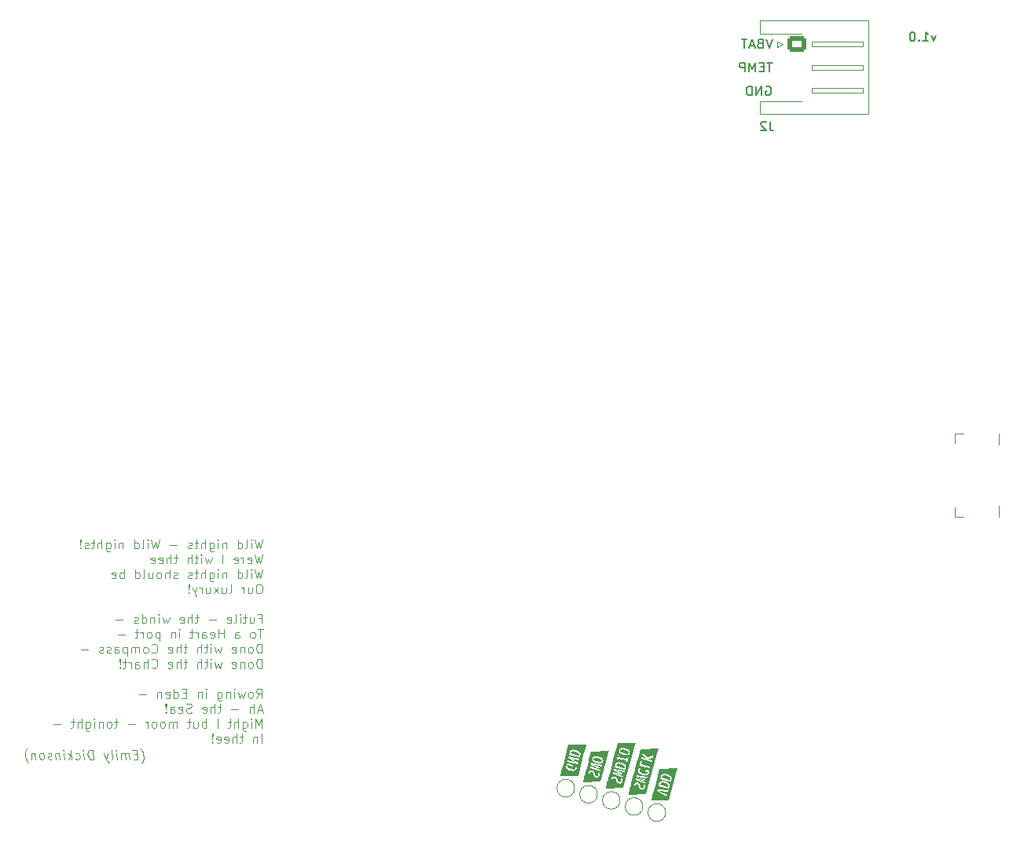
<source format=gbr>
%TF.GenerationSoftware,KiCad,Pcbnew,7.0.7*%
%TF.CreationDate,2023-12-03T19:36:59+01:00*%
%TF.ProjectId,nightliner,6e696768-746c-4696-9e65-722e6b696361,rev?*%
%TF.SameCoordinates,Original*%
%TF.FileFunction,Legend,Bot*%
%TF.FilePolarity,Positive*%
%FSLAX46Y46*%
G04 Gerber Fmt 4.6, Leading zero omitted, Abs format (unit mm)*
G04 Created by KiCad (PCBNEW 7.0.7) date 2023-12-03 19:36:59*
%MOMM*%
%LPD*%
G01*
G04 APERTURE LIST*
G04 Aperture macros list*
%AMRoundRect*
0 Rectangle with rounded corners*
0 $1 Rounding radius*
0 $2 $3 $4 $5 $6 $7 $8 $9 X,Y pos of 4 corners*
0 Add a 4 corners polygon primitive as box body*
4,1,4,$2,$3,$4,$5,$6,$7,$8,$9,$2,$3,0*
0 Add four circle primitives for the rounded corners*
1,1,$1+$1,$2,$3*
1,1,$1+$1,$4,$5*
1,1,$1+$1,$6,$7*
1,1,$1+$1,$8,$9*
0 Add four rect primitives between the rounded corners*
20,1,$1+$1,$2,$3,$4,$5,0*
20,1,$1+$1,$4,$5,$6,$7,0*
20,1,$1+$1,$6,$7,$8,$9,0*
20,1,$1+$1,$8,$9,$2,$3,0*%
%AMRotRect*
0 Rectangle, with rotation*
0 The origin of the aperture is its center*
0 $1 length*
0 $2 width*
0 $3 Rotation angle, in degrees counterclockwise*
0 Add horizontal line*
21,1,$1,$2,0,0,$3*%
G04 Aperture macros list end*
%ADD10C,0.150000*%
%ADD11C,0.120000*%
%ADD12C,0.125000*%
%ADD13C,0.650000*%
%ADD14O,1.000000X2.100000*%
%ADD15O,1.000000X1.600000*%
%ADD16C,1.700000*%
%ADD17C,3.000000*%
%ADD18C,3.400000*%
%ADD19RotRect,2.600000X2.600000X8.000000*%
%ADD20C,6.000000*%
%ADD21RotRect,2.600000X2.600000X6.000000*%
%ADD22R,0.700000X1.000000*%
%ADD23RotRect,2.600000X2.600000X4.000000*%
%ADD24RotRect,2.600000X2.600000X10.000000*%
%ADD25RotRect,2.600000X2.600000X320.000000*%
%ADD26R,2.600000X2.600000*%
%ADD27RotRect,2.600000X2.600000X345.000000*%
%ADD28R,1.300000X1.300000*%
%ADD29C,1.300000*%
%ADD30RotRect,2.600000X2.600000X2.000000*%
%ADD31RoundRect,0.250000X-0.725000X0.600000X-0.725000X-0.600000X0.725000X-0.600000X0.725000X0.600000X0*%
%ADD32O,1.950000X1.700000*%
%ADD33C,2.400000*%
%ADD34C,1.500000*%
%ADD35C,2.000000*%
%ADD36R,1.100000X1.100000*%
%ADD37C,1.100000*%
G04 APERTURE END LIST*
D10*
X166528570Y-39412152D02*
X166290475Y-40078819D01*
X166290475Y-40078819D02*
X166052380Y-39412152D01*
X165147618Y-40078819D02*
X165719046Y-40078819D01*
X165433332Y-40078819D02*
X165433332Y-39078819D01*
X165433332Y-39078819D02*
X165528570Y-39221676D01*
X165528570Y-39221676D02*
X165623808Y-39316914D01*
X165623808Y-39316914D02*
X165719046Y-39364533D01*
X164719046Y-39983580D02*
X164671427Y-40031200D01*
X164671427Y-40031200D02*
X164719046Y-40078819D01*
X164719046Y-40078819D02*
X164766665Y-40031200D01*
X164766665Y-40031200D02*
X164719046Y-39983580D01*
X164719046Y-39983580D02*
X164719046Y-40078819D01*
X164052380Y-39078819D02*
X163957142Y-39078819D01*
X163957142Y-39078819D02*
X163861904Y-39126438D01*
X163861904Y-39126438D02*
X163814285Y-39174057D01*
X163814285Y-39174057D02*
X163766666Y-39269295D01*
X163766666Y-39269295D02*
X163719047Y-39459771D01*
X163719047Y-39459771D02*
X163719047Y-39697866D01*
X163719047Y-39697866D02*
X163766666Y-39888342D01*
X163766666Y-39888342D02*
X163814285Y-39983580D01*
X163814285Y-39983580D02*
X163861904Y-40031200D01*
X163861904Y-40031200D02*
X163957142Y-40078819D01*
X163957142Y-40078819D02*
X164052380Y-40078819D01*
X164052380Y-40078819D02*
X164147618Y-40031200D01*
X164147618Y-40031200D02*
X164195237Y-39983580D01*
X164195237Y-39983580D02*
X164242856Y-39888342D01*
X164242856Y-39888342D02*
X164290475Y-39697866D01*
X164290475Y-39697866D02*
X164290475Y-39459771D01*
X164290475Y-39459771D02*
X164242856Y-39269295D01*
X164242856Y-39269295D02*
X164195237Y-39174057D01*
X164195237Y-39174057D02*
X164147618Y-39126438D01*
X164147618Y-39126438D02*
X164052380Y-39078819D01*
X148237411Y-44968438D02*
X148332649Y-44920819D01*
X148332649Y-44920819D02*
X148475506Y-44920819D01*
X148475506Y-44920819D02*
X148618363Y-44968438D01*
X148618363Y-44968438D02*
X148713601Y-45063676D01*
X148713601Y-45063676D02*
X148761220Y-45158914D01*
X148761220Y-45158914D02*
X148808839Y-45349390D01*
X148808839Y-45349390D02*
X148808839Y-45492247D01*
X148808839Y-45492247D02*
X148761220Y-45682723D01*
X148761220Y-45682723D02*
X148713601Y-45777961D01*
X148713601Y-45777961D02*
X148618363Y-45873200D01*
X148618363Y-45873200D02*
X148475506Y-45920819D01*
X148475506Y-45920819D02*
X148380268Y-45920819D01*
X148380268Y-45920819D02*
X148237411Y-45873200D01*
X148237411Y-45873200D02*
X148189792Y-45825580D01*
X148189792Y-45825580D02*
X148189792Y-45492247D01*
X148189792Y-45492247D02*
X148380268Y-45492247D01*
X147761220Y-45920819D02*
X147761220Y-44920819D01*
X147761220Y-44920819D02*
X147189792Y-45920819D01*
X147189792Y-45920819D02*
X147189792Y-44920819D01*
X146713601Y-45920819D02*
X146713601Y-44920819D01*
X146713601Y-44920819D02*
X146475506Y-44920819D01*
X146475506Y-44920819D02*
X146332649Y-44968438D01*
X146332649Y-44968438D02*
X146237411Y-45063676D01*
X146237411Y-45063676D02*
X146189792Y-45158914D01*
X146189792Y-45158914D02*
X146142173Y-45349390D01*
X146142173Y-45349390D02*
X146142173Y-45492247D01*
X146142173Y-45492247D02*
X146189792Y-45682723D01*
X146189792Y-45682723D02*
X146237411Y-45777961D01*
X146237411Y-45777961D02*
X146332649Y-45873200D01*
X146332649Y-45873200D02*
X146475506Y-45920819D01*
X146475506Y-45920819D02*
X146713601Y-45920819D01*
D11*
X80984814Y-117854331D02*
X81026481Y-117806712D01*
X81026481Y-117806712D02*
X81103862Y-117663855D01*
X81103862Y-117663855D02*
X81139576Y-117568617D01*
X81139576Y-117568617D02*
X81169338Y-117425760D01*
X81169338Y-117425760D02*
X81187195Y-117187664D01*
X81187195Y-117187664D02*
X81163386Y-116997188D01*
X81163386Y-116997188D02*
X81086005Y-116759093D01*
X81086005Y-116759093D02*
X81020529Y-116616236D01*
X81020529Y-116616236D02*
X80961005Y-116520998D01*
X80961005Y-116520998D02*
X80847910Y-116378140D01*
X80847910Y-116378140D02*
X80794338Y-116330521D01*
X80490766Y-116949569D02*
X80157433Y-116949569D01*
X80080052Y-117473379D02*
X80556243Y-117473379D01*
X80556243Y-117473379D02*
X80431243Y-116473379D01*
X80431243Y-116473379D02*
X79955052Y-116473379D01*
X79651481Y-117473379D02*
X79568147Y-116806712D01*
X79580052Y-116901950D02*
X79526481Y-116854331D01*
X79526481Y-116854331D02*
X79425290Y-116806712D01*
X79425290Y-116806712D02*
X79282433Y-116806712D01*
X79282433Y-116806712D02*
X79193147Y-116854331D01*
X79193147Y-116854331D02*
X79157433Y-116949569D01*
X79157433Y-116949569D02*
X79222909Y-117473379D01*
X79157433Y-116949569D02*
X79097909Y-116854331D01*
X79097909Y-116854331D02*
X78996719Y-116806712D01*
X78996719Y-116806712D02*
X78853862Y-116806712D01*
X78853862Y-116806712D02*
X78764576Y-116854331D01*
X78764576Y-116854331D02*
X78728862Y-116949569D01*
X78728862Y-116949569D02*
X78794338Y-117473379D01*
X78318148Y-117473379D02*
X78234814Y-116806712D01*
X78193148Y-116473379D02*
X78246719Y-116520998D01*
X78246719Y-116520998D02*
X78205052Y-116568617D01*
X78205052Y-116568617D02*
X78151481Y-116520998D01*
X78151481Y-116520998D02*
X78193148Y-116473379D01*
X78193148Y-116473379D02*
X78205052Y-116568617D01*
X77699101Y-117473379D02*
X77788386Y-117425760D01*
X77788386Y-117425760D02*
X77824101Y-117330521D01*
X77824101Y-117330521D02*
X77716958Y-116473379D01*
X77330052Y-116806712D02*
X77175291Y-117473379D01*
X76853862Y-116806712D02*
X77175291Y-117473379D01*
X77175291Y-117473379D02*
X77300291Y-117711474D01*
X77300291Y-117711474D02*
X77353862Y-117759093D01*
X77353862Y-117759093D02*
X77455052Y-117806712D01*
X75794338Y-117473379D02*
X75669338Y-116473379D01*
X75669338Y-116473379D02*
X75431242Y-116473379D01*
X75431242Y-116473379D02*
X75294338Y-116520998D01*
X75294338Y-116520998D02*
X75211004Y-116616236D01*
X75211004Y-116616236D02*
X75175290Y-116711474D01*
X75175290Y-116711474D02*
X75151481Y-116901950D01*
X75151481Y-116901950D02*
X75169338Y-117044807D01*
X75169338Y-117044807D02*
X75240766Y-117235283D01*
X75240766Y-117235283D02*
X75300290Y-117330521D01*
X75300290Y-117330521D02*
X75407433Y-117425760D01*
X75407433Y-117425760D02*
X75556242Y-117473379D01*
X75556242Y-117473379D02*
X75794338Y-117473379D01*
X74794338Y-117473379D02*
X74711004Y-116806712D01*
X74669338Y-116473379D02*
X74722909Y-116520998D01*
X74722909Y-116520998D02*
X74681242Y-116568617D01*
X74681242Y-116568617D02*
X74627671Y-116520998D01*
X74627671Y-116520998D02*
X74669338Y-116473379D01*
X74669338Y-116473379D02*
X74681242Y-116568617D01*
X73883624Y-117425760D02*
X73984814Y-117473379D01*
X73984814Y-117473379D02*
X74175291Y-117473379D01*
X74175291Y-117473379D02*
X74264576Y-117425760D01*
X74264576Y-117425760D02*
X74306243Y-117378140D01*
X74306243Y-117378140D02*
X74341957Y-117282902D01*
X74341957Y-117282902D02*
X74306243Y-116997188D01*
X74306243Y-116997188D02*
X74246719Y-116901950D01*
X74246719Y-116901950D02*
X74193148Y-116854331D01*
X74193148Y-116854331D02*
X74091957Y-116806712D01*
X74091957Y-116806712D02*
X73901481Y-116806712D01*
X73901481Y-116806712D02*
X73812195Y-116854331D01*
X73461005Y-117473379D02*
X73336005Y-116473379D01*
X73318148Y-117092426D02*
X73080052Y-117473379D01*
X72996719Y-116806712D02*
X73425290Y-117187664D01*
X72651481Y-117473379D02*
X72568147Y-116806712D01*
X72526481Y-116473379D02*
X72580052Y-116520998D01*
X72580052Y-116520998D02*
X72538385Y-116568617D01*
X72538385Y-116568617D02*
X72484814Y-116520998D01*
X72484814Y-116520998D02*
X72526481Y-116473379D01*
X72526481Y-116473379D02*
X72538385Y-116568617D01*
X72091957Y-116806712D02*
X72175291Y-117473379D01*
X72103862Y-116901950D02*
X72050291Y-116854331D01*
X72050291Y-116854331D02*
X71949100Y-116806712D01*
X71949100Y-116806712D02*
X71806243Y-116806712D01*
X71806243Y-116806712D02*
X71716957Y-116854331D01*
X71716957Y-116854331D02*
X71681243Y-116949569D01*
X71681243Y-116949569D02*
X71746719Y-117473379D01*
X71312195Y-117425760D02*
X71222910Y-117473379D01*
X71222910Y-117473379D02*
X71032433Y-117473379D01*
X71032433Y-117473379D02*
X70931243Y-117425760D01*
X70931243Y-117425760D02*
X70871719Y-117330521D01*
X70871719Y-117330521D02*
X70865767Y-117282902D01*
X70865767Y-117282902D02*
X70901481Y-117187664D01*
X70901481Y-117187664D02*
X70990767Y-117140045D01*
X70990767Y-117140045D02*
X71133624Y-117140045D01*
X71133624Y-117140045D02*
X71222910Y-117092426D01*
X71222910Y-117092426D02*
X71258624Y-116997188D01*
X71258624Y-116997188D02*
X71252672Y-116949569D01*
X71252672Y-116949569D02*
X71193148Y-116854331D01*
X71193148Y-116854331D02*
X71091957Y-116806712D01*
X71091957Y-116806712D02*
X70949100Y-116806712D01*
X70949100Y-116806712D02*
X70859814Y-116854331D01*
X70318148Y-117473379D02*
X70407433Y-117425760D01*
X70407433Y-117425760D02*
X70449100Y-117378140D01*
X70449100Y-117378140D02*
X70484814Y-117282902D01*
X70484814Y-117282902D02*
X70449100Y-116997188D01*
X70449100Y-116997188D02*
X70389576Y-116901950D01*
X70389576Y-116901950D02*
X70336005Y-116854331D01*
X70336005Y-116854331D02*
X70234814Y-116806712D01*
X70234814Y-116806712D02*
X70091957Y-116806712D01*
X70091957Y-116806712D02*
X70002671Y-116854331D01*
X70002671Y-116854331D02*
X69961005Y-116901950D01*
X69961005Y-116901950D02*
X69925290Y-116997188D01*
X69925290Y-116997188D02*
X69961005Y-117282902D01*
X69961005Y-117282902D02*
X70020528Y-117378140D01*
X70020528Y-117378140D02*
X70074100Y-117425760D01*
X70074100Y-117425760D02*
X70175290Y-117473379D01*
X70175290Y-117473379D02*
X70318148Y-117473379D01*
X69472909Y-116806712D02*
X69556243Y-117473379D01*
X69484814Y-116901950D02*
X69431243Y-116854331D01*
X69431243Y-116854331D02*
X69330052Y-116806712D01*
X69330052Y-116806712D02*
X69187195Y-116806712D01*
X69187195Y-116806712D02*
X69097909Y-116854331D01*
X69097909Y-116854331D02*
X69062195Y-116949569D01*
X69062195Y-116949569D02*
X69127671Y-117473379D01*
X68794338Y-117854331D02*
X68740766Y-117806712D01*
X68740766Y-117806712D02*
X68627671Y-117663855D01*
X68627671Y-117663855D02*
X68568147Y-117568617D01*
X68568147Y-117568617D02*
X68502671Y-117425760D01*
X68502671Y-117425760D02*
X68425290Y-117187664D01*
X68425290Y-117187664D02*
X68401481Y-116997188D01*
X68401481Y-116997188D02*
X68419338Y-116759093D01*
X68419338Y-116759093D02*
X68449100Y-116616236D01*
X68449100Y-116616236D02*
X68484814Y-116520998D01*
X68484814Y-116520998D02*
X68562195Y-116378140D01*
X68562195Y-116378140D02*
X68603862Y-116330521D01*
D10*
X148904077Y-42380819D02*
X148332649Y-42380819D01*
X148618363Y-43380819D02*
X148618363Y-42380819D01*
X147999315Y-42857009D02*
X147665982Y-42857009D01*
X147523125Y-43380819D02*
X147999315Y-43380819D01*
X147999315Y-43380819D02*
X147999315Y-42380819D01*
X147999315Y-42380819D02*
X147523125Y-42380819D01*
X147094553Y-43380819D02*
X147094553Y-42380819D01*
X147094553Y-42380819D02*
X146761220Y-43095104D01*
X146761220Y-43095104D02*
X146427887Y-42380819D01*
X146427887Y-42380819D02*
X146427887Y-43380819D01*
X145951696Y-43380819D02*
X145951696Y-42380819D01*
X145951696Y-42380819D02*
X145570744Y-42380819D01*
X145570744Y-42380819D02*
X145475506Y-42428438D01*
X145475506Y-42428438D02*
X145427887Y-42476057D01*
X145427887Y-42476057D02*
X145380268Y-42571295D01*
X145380268Y-42571295D02*
X145380268Y-42714152D01*
X145380268Y-42714152D02*
X145427887Y-42809390D01*
X145427887Y-42809390D02*
X145475506Y-42857009D01*
X145475506Y-42857009D02*
X145570744Y-42904628D01*
X145570744Y-42904628D02*
X145951696Y-42904628D01*
D12*
X94008906Y-93765119D02*
X93770811Y-94765119D01*
X93770811Y-94765119D02*
X93580335Y-94050833D01*
X93580335Y-94050833D02*
X93389859Y-94765119D01*
X93389859Y-94765119D02*
X93151764Y-93765119D01*
X92770811Y-94765119D02*
X92770811Y-94098452D01*
X92770811Y-93765119D02*
X92818430Y-93812738D01*
X92818430Y-93812738D02*
X92770811Y-93860357D01*
X92770811Y-93860357D02*
X92723192Y-93812738D01*
X92723192Y-93812738D02*
X92770811Y-93765119D01*
X92770811Y-93765119D02*
X92770811Y-93860357D01*
X92151764Y-94765119D02*
X92247002Y-94717500D01*
X92247002Y-94717500D02*
X92294621Y-94622261D01*
X92294621Y-94622261D02*
X92294621Y-93765119D01*
X91342240Y-94765119D02*
X91342240Y-93765119D01*
X91342240Y-94717500D02*
X91437478Y-94765119D01*
X91437478Y-94765119D02*
X91627954Y-94765119D01*
X91627954Y-94765119D02*
X91723192Y-94717500D01*
X91723192Y-94717500D02*
X91770811Y-94669880D01*
X91770811Y-94669880D02*
X91818430Y-94574642D01*
X91818430Y-94574642D02*
X91818430Y-94288928D01*
X91818430Y-94288928D02*
X91770811Y-94193690D01*
X91770811Y-94193690D02*
X91723192Y-94146071D01*
X91723192Y-94146071D02*
X91627954Y-94098452D01*
X91627954Y-94098452D02*
X91437478Y-94098452D01*
X91437478Y-94098452D02*
X91342240Y-94146071D01*
X90104144Y-94098452D02*
X90104144Y-94765119D01*
X90104144Y-94193690D02*
X90056525Y-94146071D01*
X90056525Y-94146071D02*
X89961287Y-94098452D01*
X89961287Y-94098452D02*
X89818430Y-94098452D01*
X89818430Y-94098452D02*
X89723192Y-94146071D01*
X89723192Y-94146071D02*
X89675573Y-94241309D01*
X89675573Y-94241309D02*
X89675573Y-94765119D01*
X89199382Y-94765119D02*
X89199382Y-94098452D01*
X89199382Y-93765119D02*
X89247001Y-93812738D01*
X89247001Y-93812738D02*
X89199382Y-93860357D01*
X89199382Y-93860357D02*
X89151763Y-93812738D01*
X89151763Y-93812738D02*
X89199382Y-93765119D01*
X89199382Y-93765119D02*
X89199382Y-93860357D01*
X88294621Y-94098452D02*
X88294621Y-94907976D01*
X88294621Y-94907976D02*
X88342240Y-95003214D01*
X88342240Y-95003214D02*
X88389859Y-95050833D01*
X88389859Y-95050833D02*
X88485097Y-95098452D01*
X88485097Y-95098452D02*
X88627954Y-95098452D01*
X88627954Y-95098452D02*
X88723192Y-95050833D01*
X88294621Y-94717500D02*
X88389859Y-94765119D01*
X88389859Y-94765119D02*
X88580335Y-94765119D01*
X88580335Y-94765119D02*
X88675573Y-94717500D01*
X88675573Y-94717500D02*
X88723192Y-94669880D01*
X88723192Y-94669880D02*
X88770811Y-94574642D01*
X88770811Y-94574642D02*
X88770811Y-94288928D01*
X88770811Y-94288928D02*
X88723192Y-94193690D01*
X88723192Y-94193690D02*
X88675573Y-94146071D01*
X88675573Y-94146071D02*
X88580335Y-94098452D01*
X88580335Y-94098452D02*
X88389859Y-94098452D01*
X88389859Y-94098452D02*
X88294621Y-94146071D01*
X87818430Y-94765119D02*
X87818430Y-93765119D01*
X87389859Y-94765119D02*
X87389859Y-94241309D01*
X87389859Y-94241309D02*
X87437478Y-94146071D01*
X87437478Y-94146071D02*
X87532716Y-94098452D01*
X87532716Y-94098452D02*
X87675573Y-94098452D01*
X87675573Y-94098452D02*
X87770811Y-94146071D01*
X87770811Y-94146071D02*
X87818430Y-94193690D01*
X87056525Y-94098452D02*
X86675573Y-94098452D01*
X86913668Y-93765119D02*
X86913668Y-94622261D01*
X86913668Y-94622261D02*
X86866049Y-94717500D01*
X86866049Y-94717500D02*
X86770811Y-94765119D01*
X86770811Y-94765119D02*
X86675573Y-94765119D01*
X86389858Y-94717500D02*
X86294620Y-94765119D01*
X86294620Y-94765119D02*
X86104144Y-94765119D01*
X86104144Y-94765119D02*
X86008906Y-94717500D01*
X86008906Y-94717500D02*
X85961287Y-94622261D01*
X85961287Y-94622261D02*
X85961287Y-94574642D01*
X85961287Y-94574642D02*
X86008906Y-94479404D01*
X86008906Y-94479404D02*
X86104144Y-94431785D01*
X86104144Y-94431785D02*
X86247001Y-94431785D01*
X86247001Y-94431785D02*
X86342239Y-94384166D01*
X86342239Y-94384166D02*
X86389858Y-94288928D01*
X86389858Y-94288928D02*
X86389858Y-94241309D01*
X86389858Y-94241309D02*
X86342239Y-94146071D01*
X86342239Y-94146071D02*
X86247001Y-94098452D01*
X86247001Y-94098452D02*
X86104144Y-94098452D01*
X86104144Y-94098452D02*
X86008906Y-94146071D01*
X84770810Y-94384166D02*
X84008906Y-94384166D01*
X82866048Y-93765119D02*
X82627953Y-94765119D01*
X82627953Y-94765119D02*
X82437477Y-94050833D01*
X82437477Y-94050833D02*
X82247001Y-94765119D01*
X82247001Y-94765119D02*
X82008906Y-93765119D01*
X81627953Y-94765119D02*
X81627953Y-94098452D01*
X81627953Y-93765119D02*
X81675572Y-93812738D01*
X81675572Y-93812738D02*
X81627953Y-93860357D01*
X81627953Y-93860357D02*
X81580334Y-93812738D01*
X81580334Y-93812738D02*
X81627953Y-93765119D01*
X81627953Y-93765119D02*
X81627953Y-93860357D01*
X81008906Y-94765119D02*
X81104144Y-94717500D01*
X81104144Y-94717500D02*
X81151763Y-94622261D01*
X81151763Y-94622261D02*
X81151763Y-93765119D01*
X80199382Y-94765119D02*
X80199382Y-93765119D01*
X80199382Y-94717500D02*
X80294620Y-94765119D01*
X80294620Y-94765119D02*
X80485096Y-94765119D01*
X80485096Y-94765119D02*
X80580334Y-94717500D01*
X80580334Y-94717500D02*
X80627953Y-94669880D01*
X80627953Y-94669880D02*
X80675572Y-94574642D01*
X80675572Y-94574642D02*
X80675572Y-94288928D01*
X80675572Y-94288928D02*
X80627953Y-94193690D01*
X80627953Y-94193690D02*
X80580334Y-94146071D01*
X80580334Y-94146071D02*
X80485096Y-94098452D01*
X80485096Y-94098452D02*
X80294620Y-94098452D01*
X80294620Y-94098452D02*
X80199382Y-94146071D01*
X78961286Y-94098452D02*
X78961286Y-94765119D01*
X78961286Y-94193690D02*
X78913667Y-94146071D01*
X78913667Y-94146071D02*
X78818429Y-94098452D01*
X78818429Y-94098452D02*
X78675572Y-94098452D01*
X78675572Y-94098452D02*
X78580334Y-94146071D01*
X78580334Y-94146071D02*
X78532715Y-94241309D01*
X78532715Y-94241309D02*
X78532715Y-94765119D01*
X78056524Y-94765119D02*
X78056524Y-94098452D01*
X78056524Y-93765119D02*
X78104143Y-93812738D01*
X78104143Y-93812738D02*
X78056524Y-93860357D01*
X78056524Y-93860357D02*
X78008905Y-93812738D01*
X78008905Y-93812738D02*
X78056524Y-93765119D01*
X78056524Y-93765119D02*
X78056524Y-93860357D01*
X77151763Y-94098452D02*
X77151763Y-94907976D01*
X77151763Y-94907976D02*
X77199382Y-95003214D01*
X77199382Y-95003214D02*
X77247001Y-95050833D01*
X77247001Y-95050833D02*
X77342239Y-95098452D01*
X77342239Y-95098452D02*
X77485096Y-95098452D01*
X77485096Y-95098452D02*
X77580334Y-95050833D01*
X77151763Y-94717500D02*
X77247001Y-94765119D01*
X77247001Y-94765119D02*
X77437477Y-94765119D01*
X77437477Y-94765119D02*
X77532715Y-94717500D01*
X77532715Y-94717500D02*
X77580334Y-94669880D01*
X77580334Y-94669880D02*
X77627953Y-94574642D01*
X77627953Y-94574642D02*
X77627953Y-94288928D01*
X77627953Y-94288928D02*
X77580334Y-94193690D01*
X77580334Y-94193690D02*
X77532715Y-94146071D01*
X77532715Y-94146071D02*
X77437477Y-94098452D01*
X77437477Y-94098452D02*
X77247001Y-94098452D01*
X77247001Y-94098452D02*
X77151763Y-94146071D01*
X76675572Y-94765119D02*
X76675572Y-93765119D01*
X76247001Y-94765119D02*
X76247001Y-94241309D01*
X76247001Y-94241309D02*
X76294620Y-94146071D01*
X76294620Y-94146071D02*
X76389858Y-94098452D01*
X76389858Y-94098452D02*
X76532715Y-94098452D01*
X76532715Y-94098452D02*
X76627953Y-94146071D01*
X76627953Y-94146071D02*
X76675572Y-94193690D01*
X75913667Y-94098452D02*
X75532715Y-94098452D01*
X75770810Y-93765119D02*
X75770810Y-94622261D01*
X75770810Y-94622261D02*
X75723191Y-94717500D01*
X75723191Y-94717500D02*
X75627953Y-94765119D01*
X75627953Y-94765119D02*
X75532715Y-94765119D01*
X75247000Y-94717500D02*
X75151762Y-94765119D01*
X75151762Y-94765119D02*
X74961286Y-94765119D01*
X74961286Y-94765119D02*
X74866048Y-94717500D01*
X74866048Y-94717500D02*
X74818429Y-94622261D01*
X74818429Y-94622261D02*
X74818429Y-94574642D01*
X74818429Y-94574642D02*
X74866048Y-94479404D01*
X74866048Y-94479404D02*
X74961286Y-94431785D01*
X74961286Y-94431785D02*
X75104143Y-94431785D01*
X75104143Y-94431785D02*
X75199381Y-94384166D01*
X75199381Y-94384166D02*
X75247000Y-94288928D01*
X75247000Y-94288928D02*
X75247000Y-94241309D01*
X75247000Y-94241309D02*
X75199381Y-94146071D01*
X75199381Y-94146071D02*
X75104143Y-94098452D01*
X75104143Y-94098452D02*
X74961286Y-94098452D01*
X74961286Y-94098452D02*
X74866048Y-94146071D01*
X74389857Y-94669880D02*
X74342238Y-94717500D01*
X74342238Y-94717500D02*
X74389857Y-94765119D01*
X74389857Y-94765119D02*
X74437476Y-94717500D01*
X74437476Y-94717500D02*
X74389857Y-94669880D01*
X74389857Y-94669880D02*
X74389857Y-94765119D01*
X74389857Y-94384166D02*
X74437476Y-93812738D01*
X74437476Y-93812738D02*
X74389857Y-93765119D01*
X74389857Y-93765119D02*
X74342238Y-93812738D01*
X74342238Y-93812738D02*
X74389857Y-94384166D01*
X74389857Y-94384166D02*
X74389857Y-93765119D01*
X94008906Y-95375119D02*
X93770811Y-96375119D01*
X93770811Y-96375119D02*
X93580335Y-95660833D01*
X93580335Y-95660833D02*
X93389859Y-96375119D01*
X93389859Y-96375119D02*
X93151764Y-95375119D01*
X92389859Y-96327500D02*
X92485097Y-96375119D01*
X92485097Y-96375119D02*
X92675573Y-96375119D01*
X92675573Y-96375119D02*
X92770811Y-96327500D01*
X92770811Y-96327500D02*
X92818430Y-96232261D01*
X92818430Y-96232261D02*
X92818430Y-95851309D01*
X92818430Y-95851309D02*
X92770811Y-95756071D01*
X92770811Y-95756071D02*
X92675573Y-95708452D01*
X92675573Y-95708452D02*
X92485097Y-95708452D01*
X92485097Y-95708452D02*
X92389859Y-95756071D01*
X92389859Y-95756071D02*
X92342240Y-95851309D01*
X92342240Y-95851309D02*
X92342240Y-95946547D01*
X92342240Y-95946547D02*
X92818430Y-96041785D01*
X91913668Y-96375119D02*
X91913668Y-95708452D01*
X91913668Y-95898928D02*
X91866049Y-95803690D01*
X91866049Y-95803690D02*
X91818430Y-95756071D01*
X91818430Y-95756071D02*
X91723192Y-95708452D01*
X91723192Y-95708452D02*
X91627954Y-95708452D01*
X90913668Y-96327500D02*
X91008906Y-96375119D01*
X91008906Y-96375119D02*
X91199382Y-96375119D01*
X91199382Y-96375119D02*
X91294620Y-96327500D01*
X91294620Y-96327500D02*
X91342239Y-96232261D01*
X91342239Y-96232261D02*
X91342239Y-95851309D01*
X91342239Y-95851309D02*
X91294620Y-95756071D01*
X91294620Y-95756071D02*
X91199382Y-95708452D01*
X91199382Y-95708452D02*
X91008906Y-95708452D01*
X91008906Y-95708452D02*
X90913668Y-95756071D01*
X90913668Y-95756071D02*
X90866049Y-95851309D01*
X90866049Y-95851309D02*
X90866049Y-95946547D01*
X90866049Y-95946547D02*
X91342239Y-96041785D01*
X89675572Y-96375119D02*
X89675572Y-95375119D01*
X88532715Y-95708452D02*
X88342239Y-96375119D01*
X88342239Y-96375119D02*
X88151763Y-95898928D01*
X88151763Y-95898928D02*
X87961287Y-96375119D01*
X87961287Y-96375119D02*
X87770811Y-95708452D01*
X87389858Y-96375119D02*
X87389858Y-95708452D01*
X87389858Y-95375119D02*
X87437477Y-95422738D01*
X87437477Y-95422738D02*
X87389858Y-95470357D01*
X87389858Y-95470357D02*
X87342239Y-95422738D01*
X87342239Y-95422738D02*
X87389858Y-95375119D01*
X87389858Y-95375119D02*
X87389858Y-95470357D01*
X87056525Y-95708452D02*
X86675573Y-95708452D01*
X86913668Y-95375119D02*
X86913668Y-96232261D01*
X86913668Y-96232261D02*
X86866049Y-96327500D01*
X86866049Y-96327500D02*
X86770811Y-96375119D01*
X86770811Y-96375119D02*
X86675573Y-96375119D01*
X86342239Y-96375119D02*
X86342239Y-95375119D01*
X85913668Y-96375119D02*
X85913668Y-95851309D01*
X85913668Y-95851309D02*
X85961287Y-95756071D01*
X85961287Y-95756071D02*
X86056525Y-95708452D01*
X86056525Y-95708452D02*
X86199382Y-95708452D01*
X86199382Y-95708452D02*
X86294620Y-95756071D01*
X86294620Y-95756071D02*
X86342239Y-95803690D01*
X84818429Y-95708452D02*
X84437477Y-95708452D01*
X84675572Y-95375119D02*
X84675572Y-96232261D01*
X84675572Y-96232261D02*
X84627953Y-96327500D01*
X84627953Y-96327500D02*
X84532715Y-96375119D01*
X84532715Y-96375119D02*
X84437477Y-96375119D01*
X84104143Y-96375119D02*
X84104143Y-95375119D01*
X83675572Y-96375119D02*
X83675572Y-95851309D01*
X83675572Y-95851309D02*
X83723191Y-95756071D01*
X83723191Y-95756071D02*
X83818429Y-95708452D01*
X83818429Y-95708452D02*
X83961286Y-95708452D01*
X83961286Y-95708452D02*
X84056524Y-95756071D01*
X84056524Y-95756071D02*
X84104143Y-95803690D01*
X82818429Y-96327500D02*
X82913667Y-96375119D01*
X82913667Y-96375119D02*
X83104143Y-96375119D01*
X83104143Y-96375119D02*
X83199381Y-96327500D01*
X83199381Y-96327500D02*
X83247000Y-96232261D01*
X83247000Y-96232261D02*
X83247000Y-95851309D01*
X83247000Y-95851309D02*
X83199381Y-95756071D01*
X83199381Y-95756071D02*
X83104143Y-95708452D01*
X83104143Y-95708452D02*
X82913667Y-95708452D01*
X82913667Y-95708452D02*
X82818429Y-95756071D01*
X82818429Y-95756071D02*
X82770810Y-95851309D01*
X82770810Y-95851309D02*
X82770810Y-95946547D01*
X82770810Y-95946547D02*
X83247000Y-96041785D01*
X81961286Y-96327500D02*
X82056524Y-96375119D01*
X82056524Y-96375119D02*
X82247000Y-96375119D01*
X82247000Y-96375119D02*
X82342238Y-96327500D01*
X82342238Y-96327500D02*
X82389857Y-96232261D01*
X82389857Y-96232261D02*
X82389857Y-95851309D01*
X82389857Y-95851309D02*
X82342238Y-95756071D01*
X82342238Y-95756071D02*
X82247000Y-95708452D01*
X82247000Y-95708452D02*
X82056524Y-95708452D01*
X82056524Y-95708452D02*
X81961286Y-95756071D01*
X81961286Y-95756071D02*
X81913667Y-95851309D01*
X81913667Y-95851309D02*
X81913667Y-95946547D01*
X81913667Y-95946547D02*
X82389857Y-96041785D01*
X94008906Y-96985119D02*
X93770811Y-97985119D01*
X93770811Y-97985119D02*
X93580335Y-97270833D01*
X93580335Y-97270833D02*
X93389859Y-97985119D01*
X93389859Y-97985119D02*
X93151764Y-96985119D01*
X92770811Y-97985119D02*
X92770811Y-97318452D01*
X92770811Y-96985119D02*
X92818430Y-97032738D01*
X92818430Y-97032738D02*
X92770811Y-97080357D01*
X92770811Y-97080357D02*
X92723192Y-97032738D01*
X92723192Y-97032738D02*
X92770811Y-96985119D01*
X92770811Y-96985119D02*
X92770811Y-97080357D01*
X92151764Y-97985119D02*
X92247002Y-97937500D01*
X92247002Y-97937500D02*
X92294621Y-97842261D01*
X92294621Y-97842261D02*
X92294621Y-96985119D01*
X91342240Y-97985119D02*
X91342240Y-96985119D01*
X91342240Y-97937500D02*
X91437478Y-97985119D01*
X91437478Y-97985119D02*
X91627954Y-97985119D01*
X91627954Y-97985119D02*
X91723192Y-97937500D01*
X91723192Y-97937500D02*
X91770811Y-97889880D01*
X91770811Y-97889880D02*
X91818430Y-97794642D01*
X91818430Y-97794642D02*
X91818430Y-97508928D01*
X91818430Y-97508928D02*
X91770811Y-97413690D01*
X91770811Y-97413690D02*
X91723192Y-97366071D01*
X91723192Y-97366071D02*
X91627954Y-97318452D01*
X91627954Y-97318452D02*
X91437478Y-97318452D01*
X91437478Y-97318452D02*
X91342240Y-97366071D01*
X90104144Y-97318452D02*
X90104144Y-97985119D01*
X90104144Y-97413690D02*
X90056525Y-97366071D01*
X90056525Y-97366071D02*
X89961287Y-97318452D01*
X89961287Y-97318452D02*
X89818430Y-97318452D01*
X89818430Y-97318452D02*
X89723192Y-97366071D01*
X89723192Y-97366071D02*
X89675573Y-97461309D01*
X89675573Y-97461309D02*
X89675573Y-97985119D01*
X89199382Y-97985119D02*
X89199382Y-97318452D01*
X89199382Y-96985119D02*
X89247001Y-97032738D01*
X89247001Y-97032738D02*
X89199382Y-97080357D01*
X89199382Y-97080357D02*
X89151763Y-97032738D01*
X89151763Y-97032738D02*
X89199382Y-96985119D01*
X89199382Y-96985119D02*
X89199382Y-97080357D01*
X88294621Y-97318452D02*
X88294621Y-98127976D01*
X88294621Y-98127976D02*
X88342240Y-98223214D01*
X88342240Y-98223214D02*
X88389859Y-98270833D01*
X88389859Y-98270833D02*
X88485097Y-98318452D01*
X88485097Y-98318452D02*
X88627954Y-98318452D01*
X88627954Y-98318452D02*
X88723192Y-98270833D01*
X88294621Y-97937500D02*
X88389859Y-97985119D01*
X88389859Y-97985119D02*
X88580335Y-97985119D01*
X88580335Y-97985119D02*
X88675573Y-97937500D01*
X88675573Y-97937500D02*
X88723192Y-97889880D01*
X88723192Y-97889880D02*
X88770811Y-97794642D01*
X88770811Y-97794642D02*
X88770811Y-97508928D01*
X88770811Y-97508928D02*
X88723192Y-97413690D01*
X88723192Y-97413690D02*
X88675573Y-97366071D01*
X88675573Y-97366071D02*
X88580335Y-97318452D01*
X88580335Y-97318452D02*
X88389859Y-97318452D01*
X88389859Y-97318452D02*
X88294621Y-97366071D01*
X87818430Y-97985119D02*
X87818430Y-96985119D01*
X87389859Y-97985119D02*
X87389859Y-97461309D01*
X87389859Y-97461309D02*
X87437478Y-97366071D01*
X87437478Y-97366071D02*
X87532716Y-97318452D01*
X87532716Y-97318452D02*
X87675573Y-97318452D01*
X87675573Y-97318452D02*
X87770811Y-97366071D01*
X87770811Y-97366071D02*
X87818430Y-97413690D01*
X87056525Y-97318452D02*
X86675573Y-97318452D01*
X86913668Y-96985119D02*
X86913668Y-97842261D01*
X86913668Y-97842261D02*
X86866049Y-97937500D01*
X86866049Y-97937500D02*
X86770811Y-97985119D01*
X86770811Y-97985119D02*
X86675573Y-97985119D01*
X86389858Y-97937500D02*
X86294620Y-97985119D01*
X86294620Y-97985119D02*
X86104144Y-97985119D01*
X86104144Y-97985119D02*
X86008906Y-97937500D01*
X86008906Y-97937500D02*
X85961287Y-97842261D01*
X85961287Y-97842261D02*
X85961287Y-97794642D01*
X85961287Y-97794642D02*
X86008906Y-97699404D01*
X86008906Y-97699404D02*
X86104144Y-97651785D01*
X86104144Y-97651785D02*
X86247001Y-97651785D01*
X86247001Y-97651785D02*
X86342239Y-97604166D01*
X86342239Y-97604166D02*
X86389858Y-97508928D01*
X86389858Y-97508928D02*
X86389858Y-97461309D01*
X86389858Y-97461309D02*
X86342239Y-97366071D01*
X86342239Y-97366071D02*
X86247001Y-97318452D01*
X86247001Y-97318452D02*
X86104144Y-97318452D01*
X86104144Y-97318452D02*
X86008906Y-97366071D01*
X84818429Y-97937500D02*
X84723191Y-97985119D01*
X84723191Y-97985119D02*
X84532715Y-97985119D01*
X84532715Y-97985119D02*
X84437477Y-97937500D01*
X84437477Y-97937500D02*
X84389858Y-97842261D01*
X84389858Y-97842261D02*
X84389858Y-97794642D01*
X84389858Y-97794642D02*
X84437477Y-97699404D01*
X84437477Y-97699404D02*
X84532715Y-97651785D01*
X84532715Y-97651785D02*
X84675572Y-97651785D01*
X84675572Y-97651785D02*
X84770810Y-97604166D01*
X84770810Y-97604166D02*
X84818429Y-97508928D01*
X84818429Y-97508928D02*
X84818429Y-97461309D01*
X84818429Y-97461309D02*
X84770810Y-97366071D01*
X84770810Y-97366071D02*
X84675572Y-97318452D01*
X84675572Y-97318452D02*
X84532715Y-97318452D01*
X84532715Y-97318452D02*
X84437477Y-97366071D01*
X83961286Y-97985119D02*
X83961286Y-96985119D01*
X83532715Y-97985119D02*
X83532715Y-97461309D01*
X83532715Y-97461309D02*
X83580334Y-97366071D01*
X83580334Y-97366071D02*
X83675572Y-97318452D01*
X83675572Y-97318452D02*
X83818429Y-97318452D01*
X83818429Y-97318452D02*
X83913667Y-97366071D01*
X83913667Y-97366071D02*
X83961286Y-97413690D01*
X82913667Y-97985119D02*
X83008905Y-97937500D01*
X83008905Y-97937500D02*
X83056524Y-97889880D01*
X83056524Y-97889880D02*
X83104143Y-97794642D01*
X83104143Y-97794642D02*
X83104143Y-97508928D01*
X83104143Y-97508928D02*
X83056524Y-97413690D01*
X83056524Y-97413690D02*
X83008905Y-97366071D01*
X83008905Y-97366071D02*
X82913667Y-97318452D01*
X82913667Y-97318452D02*
X82770810Y-97318452D01*
X82770810Y-97318452D02*
X82675572Y-97366071D01*
X82675572Y-97366071D02*
X82627953Y-97413690D01*
X82627953Y-97413690D02*
X82580334Y-97508928D01*
X82580334Y-97508928D02*
X82580334Y-97794642D01*
X82580334Y-97794642D02*
X82627953Y-97889880D01*
X82627953Y-97889880D02*
X82675572Y-97937500D01*
X82675572Y-97937500D02*
X82770810Y-97985119D01*
X82770810Y-97985119D02*
X82913667Y-97985119D01*
X81723191Y-97318452D02*
X81723191Y-97985119D01*
X82151762Y-97318452D02*
X82151762Y-97842261D01*
X82151762Y-97842261D02*
X82104143Y-97937500D01*
X82104143Y-97937500D02*
X82008905Y-97985119D01*
X82008905Y-97985119D02*
X81866048Y-97985119D01*
X81866048Y-97985119D02*
X81770810Y-97937500D01*
X81770810Y-97937500D02*
X81723191Y-97889880D01*
X81104143Y-97985119D02*
X81199381Y-97937500D01*
X81199381Y-97937500D02*
X81247000Y-97842261D01*
X81247000Y-97842261D02*
X81247000Y-96985119D01*
X80294619Y-97985119D02*
X80294619Y-96985119D01*
X80294619Y-97937500D02*
X80389857Y-97985119D01*
X80389857Y-97985119D02*
X80580333Y-97985119D01*
X80580333Y-97985119D02*
X80675571Y-97937500D01*
X80675571Y-97937500D02*
X80723190Y-97889880D01*
X80723190Y-97889880D02*
X80770809Y-97794642D01*
X80770809Y-97794642D02*
X80770809Y-97508928D01*
X80770809Y-97508928D02*
X80723190Y-97413690D01*
X80723190Y-97413690D02*
X80675571Y-97366071D01*
X80675571Y-97366071D02*
X80580333Y-97318452D01*
X80580333Y-97318452D02*
X80389857Y-97318452D01*
X80389857Y-97318452D02*
X80294619Y-97366071D01*
X79056523Y-97985119D02*
X79056523Y-96985119D01*
X79056523Y-97366071D02*
X78961285Y-97318452D01*
X78961285Y-97318452D02*
X78770809Y-97318452D01*
X78770809Y-97318452D02*
X78675571Y-97366071D01*
X78675571Y-97366071D02*
X78627952Y-97413690D01*
X78627952Y-97413690D02*
X78580333Y-97508928D01*
X78580333Y-97508928D02*
X78580333Y-97794642D01*
X78580333Y-97794642D02*
X78627952Y-97889880D01*
X78627952Y-97889880D02*
X78675571Y-97937500D01*
X78675571Y-97937500D02*
X78770809Y-97985119D01*
X78770809Y-97985119D02*
X78961285Y-97985119D01*
X78961285Y-97985119D02*
X79056523Y-97937500D01*
X77770809Y-97937500D02*
X77866047Y-97985119D01*
X77866047Y-97985119D02*
X78056523Y-97985119D01*
X78056523Y-97985119D02*
X78151761Y-97937500D01*
X78151761Y-97937500D02*
X78199380Y-97842261D01*
X78199380Y-97842261D02*
X78199380Y-97461309D01*
X78199380Y-97461309D02*
X78151761Y-97366071D01*
X78151761Y-97366071D02*
X78056523Y-97318452D01*
X78056523Y-97318452D02*
X77866047Y-97318452D01*
X77866047Y-97318452D02*
X77770809Y-97366071D01*
X77770809Y-97366071D02*
X77723190Y-97461309D01*
X77723190Y-97461309D02*
X77723190Y-97556547D01*
X77723190Y-97556547D02*
X78199380Y-97651785D01*
X93723192Y-98595119D02*
X93532716Y-98595119D01*
X93532716Y-98595119D02*
X93437478Y-98642738D01*
X93437478Y-98642738D02*
X93342240Y-98737976D01*
X93342240Y-98737976D02*
X93294621Y-98928452D01*
X93294621Y-98928452D02*
X93294621Y-99261785D01*
X93294621Y-99261785D02*
X93342240Y-99452261D01*
X93342240Y-99452261D02*
X93437478Y-99547500D01*
X93437478Y-99547500D02*
X93532716Y-99595119D01*
X93532716Y-99595119D02*
X93723192Y-99595119D01*
X93723192Y-99595119D02*
X93818430Y-99547500D01*
X93818430Y-99547500D02*
X93913668Y-99452261D01*
X93913668Y-99452261D02*
X93961287Y-99261785D01*
X93961287Y-99261785D02*
X93961287Y-98928452D01*
X93961287Y-98928452D02*
X93913668Y-98737976D01*
X93913668Y-98737976D02*
X93818430Y-98642738D01*
X93818430Y-98642738D02*
X93723192Y-98595119D01*
X92437478Y-98928452D02*
X92437478Y-99595119D01*
X92866049Y-98928452D02*
X92866049Y-99452261D01*
X92866049Y-99452261D02*
X92818430Y-99547500D01*
X92818430Y-99547500D02*
X92723192Y-99595119D01*
X92723192Y-99595119D02*
X92580335Y-99595119D01*
X92580335Y-99595119D02*
X92485097Y-99547500D01*
X92485097Y-99547500D02*
X92437478Y-99499880D01*
X91961287Y-99595119D02*
X91961287Y-98928452D01*
X91961287Y-99118928D02*
X91913668Y-99023690D01*
X91913668Y-99023690D02*
X91866049Y-98976071D01*
X91866049Y-98976071D02*
X91770811Y-98928452D01*
X91770811Y-98928452D02*
X91675573Y-98928452D01*
X90437477Y-99595119D02*
X90532715Y-99547500D01*
X90532715Y-99547500D02*
X90580334Y-99452261D01*
X90580334Y-99452261D02*
X90580334Y-98595119D01*
X89627953Y-98928452D02*
X89627953Y-99595119D01*
X90056524Y-98928452D02*
X90056524Y-99452261D01*
X90056524Y-99452261D02*
X90008905Y-99547500D01*
X90008905Y-99547500D02*
X89913667Y-99595119D01*
X89913667Y-99595119D02*
X89770810Y-99595119D01*
X89770810Y-99595119D02*
X89675572Y-99547500D01*
X89675572Y-99547500D02*
X89627953Y-99499880D01*
X89247000Y-99595119D02*
X88723191Y-98928452D01*
X89247000Y-98928452D02*
X88723191Y-99595119D01*
X87913667Y-98928452D02*
X87913667Y-99595119D01*
X88342238Y-98928452D02*
X88342238Y-99452261D01*
X88342238Y-99452261D02*
X88294619Y-99547500D01*
X88294619Y-99547500D02*
X88199381Y-99595119D01*
X88199381Y-99595119D02*
X88056524Y-99595119D01*
X88056524Y-99595119D02*
X87961286Y-99547500D01*
X87961286Y-99547500D02*
X87913667Y-99499880D01*
X87437476Y-99595119D02*
X87437476Y-98928452D01*
X87437476Y-99118928D02*
X87389857Y-99023690D01*
X87389857Y-99023690D02*
X87342238Y-98976071D01*
X87342238Y-98976071D02*
X87247000Y-98928452D01*
X87247000Y-98928452D02*
X87151762Y-98928452D01*
X86913666Y-98928452D02*
X86675571Y-99595119D01*
X86437476Y-98928452D02*
X86675571Y-99595119D01*
X86675571Y-99595119D02*
X86770809Y-99833214D01*
X86770809Y-99833214D02*
X86818428Y-99880833D01*
X86818428Y-99880833D02*
X86913666Y-99928452D01*
X86056523Y-99499880D02*
X86008904Y-99547500D01*
X86008904Y-99547500D02*
X86056523Y-99595119D01*
X86056523Y-99595119D02*
X86104142Y-99547500D01*
X86104142Y-99547500D02*
X86056523Y-99499880D01*
X86056523Y-99499880D02*
X86056523Y-99595119D01*
X86056523Y-99214166D02*
X86104142Y-98642738D01*
X86104142Y-98642738D02*
X86056523Y-98595119D01*
X86056523Y-98595119D02*
X86008904Y-98642738D01*
X86008904Y-98642738D02*
X86056523Y-99214166D01*
X86056523Y-99214166D02*
X86056523Y-98595119D01*
X93580335Y-102291309D02*
X93913668Y-102291309D01*
X93913668Y-102815119D02*
X93913668Y-101815119D01*
X93913668Y-101815119D02*
X93437478Y-101815119D01*
X92627954Y-102148452D02*
X92627954Y-102815119D01*
X93056525Y-102148452D02*
X93056525Y-102672261D01*
X93056525Y-102672261D02*
X93008906Y-102767500D01*
X93008906Y-102767500D02*
X92913668Y-102815119D01*
X92913668Y-102815119D02*
X92770811Y-102815119D01*
X92770811Y-102815119D02*
X92675573Y-102767500D01*
X92675573Y-102767500D02*
X92627954Y-102719880D01*
X92294620Y-102148452D02*
X91913668Y-102148452D01*
X92151763Y-101815119D02*
X92151763Y-102672261D01*
X92151763Y-102672261D02*
X92104144Y-102767500D01*
X92104144Y-102767500D02*
X92008906Y-102815119D01*
X92008906Y-102815119D02*
X91913668Y-102815119D01*
X91580334Y-102815119D02*
X91580334Y-102148452D01*
X91580334Y-101815119D02*
X91627953Y-101862738D01*
X91627953Y-101862738D02*
X91580334Y-101910357D01*
X91580334Y-101910357D02*
X91532715Y-101862738D01*
X91532715Y-101862738D02*
X91580334Y-101815119D01*
X91580334Y-101815119D02*
X91580334Y-101910357D01*
X90961287Y-102815119D02*
X91056525Y-102767500D01*
X91056525Y-102767500D02*
X91104144Y-102672261D01*
X91104144Y-102672261D02*
X91104144Y-101815119D01*
X90199382Y-102767500D02*
X90294620Y-102815119D01*
X90294620Y-102815119D02*
X90485096Y-102815119D01*
X90485096Y-102815119D02*
X90580334Y-102767500D01*
X90580334Y-102767500D02*
X90627953Y-102672261D01*
X90627953Y-102672261D02*
X90627953Y-102291309D01*
X90627953Y-102291309D02*
X90580334Y-102196071D01*
X90580334Y-102196071D02*
X90485096Y-102148452D01*
X90485096Y-102148452D02*
X90294620Y-102148452D01*
X90294620Y-102148452D02*
X90199382Y-102196071D01*
X90199382Y-102196071D02*
X90151763Y-102291309D01*
X90151763Y-102291309D02*
X90151763Y-102386547D01*
X90151763Y-102386547D02*
X90627953Y-102481785D01*
X88961286Y-102434166D02*
X88199382Y-102434166D01*
X87104143Y-102148452D02*
X86723191Y-102148452D01*
X86961286Y-101815119D02*
X86961286Y-102672261D01*
X86961286Y-102672261D02*
X86913667Y-102767500D01*
X86913667Y-102767500D02*
X86818429Y-102815119D01*
X86818429Y-102815119D02*
X86723191Y-102815119D01*
X86389857Y-102815119D02*
X86389857Y-101815119D01*
X85961286Y-102815119D02*
X85961286Y-102291309D01*
X85961286Y-102291309D02*
X86008905Y-102196071D01*
X86008905Y-102196071D02*
X86104143Y-102148452D01*
X86104143Y-102148452D02*
X86247000Y-102148452D01*
X86247000Y-102148452D02*
X86342238Y-102196071D01*
X86342238Y-102196071D02*
X86389857Y-102243690D01*
X85104143Y-102767500D02*
X85199381Y-102815119D01*
X85199381Y-102815119D02*
X85389857Y-102815119D01*
X85389857Y-102815119D02*
X85485095Y-102767500D01*
X85485095Y-102767500D02*
X85532714Y-102672261D01*
X85532714Y-102672261D02*
X85532714Y-102291309D01*
X85532714Y-102291309D02*
X85485095Y-102196071D01*
X85485095Y-102196071D02*
X85389857Y-102148452D01*
X85389857Y-102148452D02*
X85199381Y-102148452D01*
X85199381Y-102148452D02*
X85104143Y-102196071D01*
X85104143Y-102196071D02*
X85056524Y-102291309D01*
X85056524Y-102291309D02*
X85056524Y-102386547D01*
X85056524Y-102386547D02*
X85532714Y-102481785D01*
X83961285Y-102148452D02*
X83770809Y-102815119D01*
X83770809Y-102815119D02*
X83580333Y-102338928D01*
X83580333Y-102338928D02*
X83389857Y-102815119D01*
X83389857Y-102815119D02*
X83199381Y-102148452D01*
X82818428Y-102815119D02*
X82818428Y-102148452D01*
X82818428Y-101815119D02*
X82866047Y-101862738D01*
X82866047Y-101862738D02*
X82818428Y-101910357D01*
X82818428Y-101910357D02*
X82770809Y-101862738D01*
X82770809Y-101862738D02*
X82818428Y-101815119D01*
X82818428Y-101815119D02*
X82818428Y-101910357D01*
X82342238Y-102148452D02*
X82342238Y-102815119D01*
X82342238Y-102243690D02*
X82294619Y-102196071D01*
X82294619Y-102196071D02*
X82199381Y-102148452D01*
X82199381Y-102148452D02*
X82056524Y-102148452D01*
X82056524Y-102148452D02*
X81961286Y-102196071D01*
X81961286Y-102196071D02*
X81913667Y-102291309D01*
X81913667Y-102291309D02*
X81913667Y-102815119D01*
X81008905Y-102815119D02*
X81008905Y-101815119D01*
X81008905Y-102767500D02*
X81104143Y-102815119D01*
X81104143Y-102815119D02*
X81294619Y-102815119D01*
X81294619Y-102815119D02*
X81389857Y-102767500D01*
X81389857Y-102767500D02*
X81437476Y-102719880D01*
X81437476Y-102719880D02*
X81485095Y-102624642D01*
X81485095Y-102624642D02*
X81485095Y-102338928D01*
X81485095Y-102338928D02*
X81437476Y-102243690D01*
X81437476Y-102243690D02*
X81389857Y-102196071D01*
X81389857Y-102196071D02*
X81294619Y-102148452D01*
X81294619Y-102148452D02*
X81104143Y-102148452D01*
X81104143Y-102148452D02*
X81008905Y-102196071D01*
X80580333Y-102767500D02*
X80485095Y-102815119D01*
X80485095Y-102815119D02*
X80294619Y-102815119D01*
X80294619Y-102815119D02*
X80199381Y-102767500D01*
X80199381Y-102767500D02*
X80151762Y-102672261D01*
X80151762Y-102672261D02*
X80151762Y-102624642D01*
X80151762Y-102624642D02*
X80199381Y-102529404D01*
X80199381Y-102529404D02*
X80294619Y-102481785D01*
X80294619Y-102481785D02*
X80437476Y-102481785D01*
X80437476Y-102481785D02*
X80532714Y-102434166D01*
X80532714Y-102434166D02*
X80580333Y-102338928D01*
X80580333Y-102338928D02*
X80580333Y-102291309D01*
X80580333Y-102291309D02*
X80532714Y-102196071D01*
X80532714Y-102196071D02*
X80437476Y-102148452D01*
X80437476Y-102148452D02*
X80294619Y-102148452D01*
X80294619Y-102148452D02*
X80199381Y-102196071D01*
X78961285Y-102434166D02*
X78199381Y-102434166D01*
X94056525Y-103425119D02*
X93485097Y-103425119D01*
X93770811Y-104425119D02*
X93770811Y-103425119D01*
X93008906Y-104425119D02*
X93104144Y-104377500D01*
X93104144Y-104377500D02*
X93151763Y-104329880D01*
X93151763Y-104329880D02*
X93199382Y-104234642D01*
X93199382Y-104234642D02*
X93199382Y-103948928D01*
X93199382Y-103948928D02*
X93151763Y-103853690D01*
X93151763Y-103853690D02*
X93104144Y-103806071D01*
X93104144Y-103806071D02*
X93008906Y-103758452D01*
X93008906Y-103758452D02*
X92866049Y-103758452D01*
X92866049Y-103758452D02*
X92770811Y-103806071D01*
X92770811Y-103806071D02*
X92723192Y-103853690D01*
X92723192Y-103853690D02*
X92675573Y-103948928D01*
X92675573Y-103948928D02*
X92675573Y-104234642D01*
X92675573Y-104234642D02*
X92723192Y-104329880D01*
X92723192Y-104329880D02*
X92770811Y-104377500D01*
X92770811Y-104377500D02*
X92866049Y-104425119D01*
X92866049Y-104425119D02*
X93008906Y-104425119D01*
X91056525Y-104425119D02*
X91056525Y-103901309D01*
X91056525Y-103901309D02*
X91104144Y-103806071D01*
X91104144Y-103806071D02*
X91199382Y-103758452D01*
X91199382Y-103758452D02*
X91389858Y-103758452D01*
X91389858Y-103758452D02*
X91485096Y-103806071D01*
X91056525Y-104377500D02*
X91151763Y-104425119D01*
X91151763Y-104425119D02*
X91389858Y-104425119D01*
X91389858Y-104425119D02*
X91485096Y-104377500D01*
X91485096Y-104377500D02*
X91532715Y-104282261D01*
X91532715Y-104282261D02*
X91532715Y-104187023D01*
X91532715Y-104187023D02*
X91485096Y-104091785D01*
X91485096Y-104091785D02*
X91389858Y-104044166D01*
X91389858Y-104044166D02*
X91151763Y-104044166D01*
X91151763Y-104044166D02*
X91056525Y-103996547D01*
X89818429Y-104425119D02*
X89818429Y-103425119D01*
X89818429Y-103901309D02*
X89247001Y-103901309D01*
X89247001Y-104425119D02*
X89247001Y-103425119D01*
X88389858Y-104377500D02*
X88485096Y-104425119D01*
X88485096Y-104425119D02*
X88675572Y-104425119D01*
X88675572Y-104425119D02*
X88770810Y-104377500D01*
X88770810Y-104377500D02*
X88818429Y-104282261D01*
X88818429Y-104282261D02*
X88818429Y-103901309D01*
X88818429Y-103901309D02*
X88770810Y-103806071D01*
X88770810Y-103806071D02*
X88675572Y-103758452D01*
X88675572Y-103758452D02*
X88485096Y-103758452D01*
X88485096Y-103758452D02*
X88389858Y-103806071D01*
X88389858Y-103806071D02*
X88342239Y-103901309D01*
X88342239Y-103901309D02*
X88342239Y-103996547D01*
X88342239Y-103996547D02*
X88818429Y-104091785D01*
X87485096Y-104425119D02*
X87485096Y-103901309D01*
X87485096Y-103901309D02*
X87532715Y-103806071D01*
X87532715Y-103806071D02*
X87627953Y-103758452D01*
X87627953Y-103758452D02*
X87818429Y-103758452D01*
X87818429Y-103758452D02*
X87913667Y-103806071D01*
X87485096Y-104377500D02*
X87580334Y-104425119D01*
X87580334Y-104425119D02*
X87818429Y-104425119D01*
X87818429Y-104425119D02*
X87913667Y-104377500D01*
X87913667Y-104377500D02*
X87961286Y-104282261D01*
X87961286Y-104282261D02*
X87961286Y-104187023D01*
X87961286Y-104187023D02*
X87913667Y-104091785D01*
X87913667Y-104091785D02*
X87818429Y-104044166D01*
X87818429Y-104044166D02*
X87580334Y-104044166D01*
X87580334Y-104044166D02*
X87485096Y-103996547D01*
X87008905Y-104425119D02*
X87008905Y-103758452D01*
X87008905Y-103948928D02*
X86961286Y-103853690D01*
X86961286Y-103853690D02*
X86913667Y-103806071D01*
X86913667Y-103806071D02*
X86818429Y-103758452D01*
X86818429Y-103758452D02*
X86723191Y-103758452D01*
X86532714Y-103758452D02*
X86151762Y-103758452D01*
X86389857Y-103425119D02*
X86389857Y-104282261D01*
X86389857Y-104282261D02*
X86342238Y-104377500D01*
X86342238Y-104377500D02*
X86247000Y-104425119D01*
X86247000Y-104425119D02*
X86151762Y-104425119D01*
X85056523Y-104425119D02*
X85056523Y-103758452D01*
X85056523Y-103425119D02*
X85104142Y-103472738D01*
X85104142Y-103472738D02*
X85056523Y-103520357D01*
X85056523Y-103520357D02*
X85008904Y-103472738D01*
X85008904Y-103472738D02*
X85056523Y-103425119D01*
X85056523Y-103425119D02*
X85056523Y-103520357D01*
X84580333Y-103758452D02*
X84580333Y-104425119D01*
X84580333Y-103853690D02*
X84532714Y-103806071D01*
X84532714Y-103806071D02*
X84437476Y-103758452D01*
X84437476Y-103758452D02*
X84294619Y-103758452D01*
X84294619Y-103758452D02*
X84199381Y-103806071D01*
X84199381Y-103806071D02*
X84151762Y-103901309D01*
X84151762Y-103901309D02*
X84151762Y-104425119D01*
X82913666Y-103758452D02*
X82913666Y-104758452D01*
X82913666Y-103806071D02*
X82818428Y-103758452D01*
X82818428Y-103758452D02*
X82627952Y-103758452D01*
X82627952Y-103758452D02*
X82532714Y-103806071D01*
X82532714Y-103806071D02*
X82485095Y-103853690D01*
X82485095Y-103853690D02*
X82437476Y-103948928D01*
X82437476Y-103948928D02*
X82437476Y-104234642D01*
X82437476Y-104234642D02*
X82485095Y-104329880D01*
X82485095Y-104329880D02*
X82532714Y-104377500D01*
X82532714Y-104377500D02*
X82627952Y-104425119D01*
X82627952Y-104425119D02*
X82818428Y-104425119D01*
X82818428Y-104425119D02*
X82913666Y-104377500D01*
X81866047Y-104425119D02*
X81961285Y-104377500D01*
X81961285Y-104377500D02*
X82008904Y-104329880D01*
X82008904Y-104329880D02*
X82056523Y-104234642D01*
X82056523Y-104234642D02*
X82056523Y-103948928D01*
X82056523Y-103948928D02*
X82008904Y-103853690D01*
X82008904Y-103853690D02*
X81961285Y-103806071D01*
X81961285Y-103806071D02*
X81866047Y-103758452D01*
X81866047Y-103758452D02*
X81723190Y-103758452D01*
X81723190Y-103758452D02*
X81627952Y-103806071D01*
X81627952Y-103806071D02*
X81580333Y-103853690D01*
X81580333Y-103853690D02*
X81532714Y-103948928D01*
X81532714Y-103948928D02*
X81532714Y-104234642D01*
X81532714Y-104234642D02*
X81580333Y-104329880D01*
X81580333Y-104329880D02*
X81627952Y-104377500D01*
X81627952Y-104377500D02*
X81723190Y-104425119D01*
X81723190Y-104425119D02*
X81866047Y-104425119D01*
X81104142Y-104425119D02*
X81104142Y-103758452D01*
X81104142Y-103948928D02*
X81056523Y-103853690D01*
X81056523Y-103853690D02*
X81008904Y-103806071D01*
X81008904Y-103806071D02*
X80913666Y-103758452D01*
X80913666Y-103758452D02*
X80818428Y-103758452D01*
X80627951Y-103758452D02*
X80246999Y-103758452D01*
X80485094Y-103425119D02*
X80485094Y-104282261D01*
X80485094Y-104282261D02*
X80437475Y-104377500D01*
X80437475Y-104377500D02*
X80342237Y-104425119D01*
X80342237Y-104425119D02*
X80246999Y-104425119D01*
X79151760Y-104044166D02*
X78389856Y-104044166D01*
X93913668Y-106035119D02*
X93913668Y-105035119D01*
X93913668Y-105035119D02*
X93675573Y-105035119D01*
X93675573Y-105035119D02*
X93532716Y-105082738D01*
X93532716Y-105082738D02*
X93437478Y-105177976D01*
X93437478Y-105177976D02*
X93389859Y-105273214D01*
X93389859Y-105273214D02*
X93342240Y-105463690D01*
X93342240Y-105463690D02*
X93342240Y-105606547D01*
X93342240Y-105606547D02*
X93389859Y-105797023D01*
X93389859Y-105797023D02*
X93437478Y-105892261D01*
X93437478Y-105892261D02*
X93532716Y-105987500D01*
X93532716Y-105987500D02*
X93675573Y-106035119D01*
X93675573Y-106035119D02*
X93913668Y-106035119D01*
X92770811Y-106035119D02*
X92866049Y-105987500D01*
X92866049Y-105987500D02*
X92913668Y-105939880D01*
X92913668Y-105939880D02*
X92961287Y-105844642D01*
X92961287Y-105844642D02*
X92961287Y-105558928D01*
X92961287Y-105558928D02*
X92913668Y-105463690D01*
X92913668Y-105463690D02*
X92866049Y-105416071D01*
X92866049Y-105416071D02*
X92770811Y-105368452D01*
X92770811Y-105368452D02*
X92627954Y-105368452D01*
X92627954Y-105368452D02*
X92532716Y-105416071D01*
X92532716Y-105416071D02*
X92485097Y-105463690D01*
X92485097Y-105463690D02*
X92437478Y-105558928D01*
X92437478Y-105558928D02*
X92437478Y-105844642D01*
X92437478Y-105844642D02*
X92485097Y-105939880D01*
X92485097Y-105939880D02*
X92532716Y-105987500D01*
X92532716Y-105987500D02*
X92627954Y-106035119D01*
X92627954Y-106035119D02*
X92770811Y-106035119D01*
X92008906Y-105368452D02*
X92008906Y-106035119D01*
X92008906Y-105463690D02*
X91961287Y-105416071D01*
X91961287Y-105416071D02*
X91866049Y-105368452D01*
X91866049Y-105368452D02*
X91723192Y-105368452D01*
X91723192Y-105368452D02*
X91627954Y-105416071D01*
X91627954Y-105416071D02*
X91580335Y-105511309D01*
X91580335Y-105511309D02*
X91580335Y-106035119D01*
X90723192Y-105987500D02*
X90818430Y-106035119D01*
X90818430Y-106035119D02*
X91008906Y-106035119D01*
X91008906Y-106035119D02*
X91104144Y-105987500D01*
X91104144Y-105987500D02*
X91151763Y-105892261D01*
X91151763Y-105892261D02*
X91151763Y-105511309D01*
X91151763Y-105511309D02*
X91104144Y-105416071D01*
X91104144Y-105416071D02*
X91008906Y-105368452D01*
X91008906Y-105368452D02*
X90818430Y-105368452D01*
X90818430Y-105368452D02*
X90723192Y-105416071D01*
X90723192Y-105416071D02*
X90675573Y-105511309D01*
X90675573Y-105511309D02*
X90675573Y-105606547D01*
X90675573Y-105606547D02*
X91151763Y-105701785D01*
X89580334Y-105368452D02*
X89389858Y-106035119D01*
X89389858Y-106035119D02*
X89199382Y-105558928D01*
X89199382Y-105558928D02*
X89008906Y-106035119D01*
X89008906Y-106035119D02*
X88818430Y-105368452D01*
X88437477Y-106035119D02*
X88437477Y-105368452D01*
X88437477Y-105035119D02*
X88485096Y-105082738D01*
X88485096Y-105082738D02*
X88437477Y-105130357D01*
X88437477Y-105130357D02*
X88389858Y-105082738D01*
X88389858Y-105082738D02*
X88437477Y-105035119D01*
X88437477Y-105035119D02*
X88437477Y-105130357D01*
X88104144Y-105368452D02*
X87723192Y-105368452D01*
X87961287Y-105035119D02*
X87961287Y-105892261D01*
X87961287Y-105892261D02*
X87913668Y-105987500D01*
X87913668Y-105987500D02*
X87818430Y-106035119D01*
X87818430Y-106035119D02*
X87723192Y-106035119D01*
X87389858Y-106035119D02*
X87389858Y-105035119D01*
X86961287Y-106035119D02*
X86961287Y-105511309D01*
X86961287Y-105511309D02*
X87008906Y-105416071D01*
X87008906Y-105416071D02*
X87104144Y-105368452D01*
X87104144Y-105368452D02*
X87247001Y-105368452D01*
X87247001Y-105368452D02*
X87342239Y-105416071D01*
X87342239Y-105416071D02*
X87389858Y-105463690D01*
X85866048Y-105368452D02*
X85485096Y-105368452D01*
X85723191Y-105035119D02*
X85723191Y-105892261D01*
X85723191Y-105892261D02*
X85675572Y-105987500D01*
X85675572Y-105987500D02*
X85580334Y-106035119D01*
X85580334Y-106035119D02*
X85485096Y-106035119D01*
X85151762Y-106035119D02*
X85151762Y-105035119D01*
X84723191Y-106035119D02*
X84723191Y-105511309D01*
X84723191Y-105511309D02*
X84770810Y-105416071D01*
X84770810Y-105416071D02*
X84866048Y-105368452D01*
X84866048Y-105368452D02*
X85008905Y-105368452D01*
X85008905Y-105368452D02*
X85104143Y-105416071D01*
X85104143Y-105416071D02*
X85151762Y-105463690D01*
X83866048Y-105987500D02*
X83961286Y-106035119D01*
X83961286Y-106035119D02*
X84151762Y-106035119D01*
X84151762Y-106035119D02*
X84247000Y-105987500D01*
X84247000Y-105987500D02*
X84294619Y-105892261D01*
X84294619Y-105892261D02*
X84294619Y-105511309D01*
X84294619Y-105511309D02*
X84247000Y-105416071D01*
X84247000Y-105416071D02*
X84151762Y-105368452D01*
X84151762Y-105368452D02*
X83961286Y-105368452D01*
X83961286Y-105368452D02*
X83866048Y-105416071D01*
X83866048Y-105416071D02*
X83818429Y-105511309D01*
X83818429Y-105511309D02*
X83818429Y-105606547D01*
X83818429Y-105606547D02*
X84294619Y-105701785D01*
X82056524Y-105939880D02*
X82104143Y-105987500D01*
X82104143Y-105987500D02*
X82247000Y-106035119D01*
X82247000Y-106035119D02*
X82342238Y-106035119D01*
X82342238Y-106035119D02*
X82485095Y-105987500D01*
X82485095Y-105987500D02*
X82580333Y-105892261D01*
X82580333Y-105892261D02*
X82627952Y-105797023D01*
X82627952Y-105797023D02*
X82675571Y-105606547D01*
X82675571Y-105606547D02*
X82675571Y-105463690D01*
X82675571Y-105463690D02*
X82627952Y-105273214D01*
X82627952Y-105273214D02*
X82580333Y-105177976D01*
X82580333Y-105177976D02*
X82485095Y-105082738D01*
X82485095Y-105082738D02*
X82342238Y-105035119D01*
X82342238Y-105035119D02*
X82247000Y-105035119D01*
X82247000Y-105035119D02*
X82104143Y-105082738D01*
X82104143Y-105082738D02*
X82056524Y-105130357D01*
X81485095Y-106035119D02*
X81580333Y-105987500D01*
X81580333Y-105987500D02*
X81627952Y-105939880D01*
X81627952Y-105939880D02*
X81675571Y-105844642D01*
X81675571Y-105844642D02*
X81675571Y-105558928D01*
X81675571Y-105558928D02*
X81627952Y-105463690D01*
X81627952Y-105463690D02*
X81580333Y-105416071D01*
X81580333Y-105416071D02*
X81485095Y-105368452D01*
X81485095Y-105368452D02*
X81342238Y-105368452D01*
X81342238Y-105368452D02*
X81247000Y-105416071D01*
X81247000Y-105416071D02*
X81199381Y-105463690D01*
X81199381Y-105463690D02*
X81151762Y-105558928D01*
X81151762Y-105558928D02*
X81151762Y-105844642D01*
X81151762Y-105844642D02*
X81199381Y-105939880D01*
X81199381Y-105939880D02*
X81247000Y-105987500D01*
X81247000Y-105987500D02*
X81342238Y-106035119D01*
X81342238Y-106035119D02*
X81485095Y-106035119D01*
X80723190Y-106035119D02*
X80723190Y-105368452D01*
X80723190Y-105463690D02*
X80675571Y-105416071D01*
X80675571Y-105416071D02*
X80580333Y-105368452D01*
X80580333Y-105368452D02*
X80437476Y-105368452D01*
X80437476Y-105368452D02*
X80342238Y-105416071D01*
X80342238Y-105416071D02*
X80294619Y-105511309D01*
X80294619Y-105511309D02*
X80294619Y-106035119D01*
X80294619Y-105511309D02*
X80247000Y-105416071D01*
X80247000Y-105416071D02*
X80151762Y-105368452D01*
X80151762Y-105368452D02*
X80008905Y-105368452D01*
X80008905Y-105368452D02*
X79913666Y-105416071D01*
X79913666Y-105416071D02*
X79866047Y-105511309D01*
X79866047Y-105511309D02*
X79866047Y-106035119D01*
X79389857Y-105368452D02*
X79389857Y-106368452D01*
X79389857Y-105416071D02*
X79294619Y-105368452D01*
X79294619Y-105368452D02*
X79104143Y-105368452D01*
X79104143Y-105368452D02*
X79008905Y-105416071D01*
X79008905Y-105416071D02*
X78961286Y-105463690D01*
X78961286Y-105463690D02*
X78913667Y-105558928D01*
X78913667Y-105558928D02*
X78913667Y-105844642D01*
X78913667Y-105844642D02*
X78961286Y-105939880D01*
X78961286Y-105939880D02*
X79008905Y-105987500D01*
X79008905Y-105987500D02*
X79104143Y-106035119D01*
X79104143Y-106035119D02*
X79294619Y-106035119D01*
X79294619Y-106035119D02*
X79389857Y-105987500D01*
X78056524Y-106035119D02*
X78056524Y-105511309D01*
X78056524Y-105511309D02*
X78104143Y-105416071D01*
X78104143Y-105416071D02*
X78199381Y-105368452D01*
X78199381Y-105368452D02*
X78389857Y-105368452D01*
X78389857Y-105368452D02*
X78485095Y-105416071D01*
X78056524Y-105987500D02*
X78151762Y-106035119D01*
X78151762Y-106035119D02*
X78389857Y-106035119D01*
X78389857Y-106035119D02*
X78485095Y-105987500D01*
X78485095Y-105987500D02*
X78532714Y-105892261D01*
X78532714Y-105892261D02*
X78532714Y-105797023D01*
X78532714Y-105797023D02*
X78485095Y-105701785D01*
X78485095Y-105701785D02*
X78389857Y-105654166D01*
X78389857Y-105654166D02*
X78151762Y-105654166D01*
X78151762Y-105654166D02*
X78056524Y-105606547D01*
X77627952Y-105987500D02*
X77532714Y-106035119D01*
X77532714Y-106035119D02*
X77342238Y-106035119D01*
X77342238Y-106035119D02*
X77247000Y-105987500D01*
X77247000Y-105987500D02*
X77199381Y-105892261D01*
X77199381Y-105892261D02*
X77199381Y-105844642D01*
X77199381Y-105844642D02*
X77247000Y-105749404D01*
X77247000Y-105749404D02*
X77342238Y-105701785D01*
X77342238Y-105701785D02*
X77485095Y-105701785D01*
X77485095Y-105701785D02*
X77580333Y-105654166D01*
X77580333Y-105654166D02*
X77627952Y-105558928D01*
X77627952Y-105558928D02*
X77627952Y-105511309D01*
X77627952Y-105511309D02*
X77580333Y-105416071D01*
X77580333Y-105416071D02*
X77485095Y-105368452D01*
X77485095Y-105368452D02*
X77342238Y-105368452D01*
X77342238Y-105368452D02*
X77247000Y-105416071D01*
X76818428Y-105987500D02*
X76723190Y-106035119D01*
X76723190Y-106035119D02*
X76532714Y-106035119D01*
X76532714Y-106035119D02*
X76437476Y-105987500D01*
X76437476Y-105987500D02*
X76389857Y-105892261D01*
X76389857Y-105892261D02*
X76389857Y-105844642D01*
X76389857Y-105844642D02*
X76437476Y-105749404D01*
X76437476Y-105749404D02*
X76532714Y-105701785D01*
X76532714Y-105701785D02*
X76675571Y-105701785D01*
X76675571Y-105701785D02*
X76770809Y-105654166D01*
X76770809Y-105654166D02*
X76818428Y-105558928D01*
X76818428Y-105558928D02*
X76818428Y-105511309D01*
X76818428Y-105511309D02*
X76770809Y-105416071D01*
X76770809Y-105416071D02*
X76675571Y-105368452D01*
X76675571Y-105368452D02*
X76532714Y-105368452D01*
X76532714Y-105368452D02*
X76437476Y-105416071D01*
X75199380Y-105654166D02*
X74437476Y-105654166D01*
X93913668Y-107645119D02*
X93913668Y-106645119D01*
X93913668Y-106645119D02*
X93675573Y-106645119D01*
X93675573Y-106645119D02*
X93532716Y-106692738D01*
X93532716Y-106692738D02*
X93437478Y-106787976D01*
X93437478Y-106787976D02*
X93389859Y-106883214D01*
X93389859Y-106883214D02*
X93342240Y-107073690D01*
X93342240Y-107073690D02*
X93342240Y-107216547D01*
X93342240Y-107216547D02*
X93389859Y-107407023D01*
X93389859Y-107407023D02*
X93437478Y-107502261D01*
X93437478Y-107502261D02*
X93532716Y-107597500D01*
X93532716Y-107597500D02*
X93675573Y-107645119D01*
X93675573Y-107645119D02*
X93913668Y-107645119D01*
X92770811Y-107645119D02*
X92866049Y-107597500D01*
X92866049Y-107597500D02*
X92913668Y-107549880D01*
X92913668Y-107549880D02*
X92961287Y-107454642D01*
X92961287Y-107454642D02*
X92961287Y-107168928D01*
X92961287Y-107168928D02*
X92913668Y-107073690D01*
X92913668Y-107073690D02*
X92866049Y-107026071D01*
X92866049Y-107026071D02*
X92770811Y-106978452D01*
X92770811Y-106978452D02*
X92627954Y-106978452D01*
X92627954Y-106978452D02*
X92532716Y-107026071D01*
X92532716Y-107026071D02*
X92485097Y-107073690D01*
X92485097Y-107073690D02*
X92437478Y-107168928D01*
X92437478Y-107168928D02*
X92437478Y-107454642D01*
X92437478Y-107454642D02*
X92485097Y-107549880D01*
X92485097Y-107549880D02*
X92532716Y-107597500D01*
X92532716Y-107597500D02*
X92627954Y-107645119D01*
X92627954Y-107645119D02*
X92770811Y-107645119D01*
X92008906Y-106978452D02*
X92008906Y-107645119D01*
X92008906Y-107073690D02*
X91961287Y-107026071D01*
X91961287Y-107026071D02*
X91866049Y-106978452D01*
X91866049Y-106978452D02*
X91723192Y-106978452D01*
X91723192Y-106978452D02*
X91627954Y-107026071D01*
X91627954Y-107026071D02*
X91580335Y-107121309D01*
X91580335Y-107121309D02*
X91580335Y-107645119D01*
X90723192Y-107597500D02*
X90818430Y-107645119D01*
X90818430Y-107645119D02*
X91008906Y-107645119D01*
X91008906Y-107645119D02*
X91104144Y-107597500D01*
X91104144Y-107597500D02*
X91151763Y-107502261D01*
X91151763Y-107502261D02*
X91151763Y-107121309D01*
X91151763Y-107121309D02*
X91104144Y-107026071D01*
X91104144Y-107026071D02*
X91008906Y-106978452D01*
X91008906Y-106978452D02*
X90818430Y-106978452D01*
X90818430Y-106978452D02*
X90723192Y-107026071D01*
X90723192Y-107026071D02*
X90675573Y-107121309D01*
X90675573Y-107121309D02*
X90675573Y-107216547D01*
X90675573Y-107216547D02*
X91151763Y-107311785D01*
X89580334Y-106978452D02*
X89389858Y-107645119D01*
X89389858Y-107645119D02*
X89199382Y-107168928D01*
X89199382Y-107168928D02*
X89008906Y-107645119D01*
X89008906Y-107645119D02*
X88818430Y-106978452D01*
X88437477Y-107645119D02*
X88437477Y-106978452D01*
X88437477Y-106645119D02*
X88485096Y-106692738D01*
X88485096Y-106692738D02*
X88437477Y-106740357D01*
X88437477Y-106740357D02*
X88389858Y-106692738D01*
X88389858Y-106692738D02*
X88437477Y-106645119D01*
X88437477Y-106645119D02*
X88437477Y-106740357D01*
X88104144Y-106978452D02*
X87723192Y-106978452D01*
X87961287Y-106645119D02*
X87961287Y-107502261D01*
X87961287Y-107502261D02*
X87913668Y-107597500D01*
X87913668Y-107597500D02*
X87818430Y-107645119D01*
X87818430Y-107645119D02*
X87723192Y-107645119D01*
X87389858Y-107645119D02*
X87389858Y-106645119D01*
X86961287Y-107645119D02*
X86961287Y-107121309D01*
X86961287Y-107121309D02*
X87008906Y-107026071D01*
X87008906Y-107026071D02*
X87104144Y-106978452D01*
X87104144Y-106978452D02*
X87247001Y-106978452D01*
X87247001Y-106978452D02*
X87342239Y-107026071D01*
X87342239Y-107026071D02*
X87389858Y-107073690D01*
X85866048Y-106978452D02*
X85485096Y-106978452D01*
X85723191Y-106645119D02*
X85723191Y-107502261D01*
X85723191Y-107502261D02*
X85675572Y-107597500D01*
X85675572Y-107597500D02*
X85580334Y-107645119D01*
X85580334Y-107645119D02*
X85485096Y-107645119D01*
X85151762Y-107645119D02*
X85151762Y-106645119D01*
X84723191Y-107645119D02*
X84723191Y-107121309D01*
X84723191Y-107121309D02*
X84770810Y-107026071D01*
X84770810Y-107026071D02*
X84866048Y-106978452D01*
X84866048Y-106978452D02*
X85008905Y-106978452D01*
X85008905Y-106978452D02*
X85104143Y-107026071D01*
X85104143Y-107026071D02*
X85151762Y-107073690D01*
X83866048Y-107597500D02*
X83961286Y-107645119D01*
X83961286Y-107645119D02*
X84151762Y-107645119D01*
X84151762Y-107645119D02*
X84247000Y-107597500D01*
X84247000Y-107597500D02*
X84294619Y-107502261D01*
X84294619Y-107502261D02*
X84294619Y-107121309D01*
X84294619Y-107121309D02*
X84247000Y-107026071D01*
X84247000Y-107026071D02*
X84151762Y-106978452D01*
X84151762Y-106978452D02*
X83961286Y-106978452D01*
X83961286Y-106978452D02*
X83866048Y-107026071D01*
X83866048Y-107026071D02*
X83818429Y-107121309D01*
X83818429Y-107121309D02*
X83818429Y-107216547D01*
X83818429Y-107216547D02*
X84294619Y-107311785D01*
X82056524Y-107549880D02*
X82104143Y-107597500D01*
X82104143Y-107597500D02*
X82247000Y-107645119D01*
X82247000Y-107645119D02*
X82342238Y-107645119D01*
X82342238Y-107645119D02*
X82485095Y-107597500D01*
X82485095Y-107597500D02*
X82580333Y-107502261D01*
X82580333Y-107502261D02*
X82627952Y-107407023D01*
X82627952Y-107407023D02*
X82675571Y-107216547D01*
X82675571Y-107216547D02*
X82675571Y-107073690D01*
X82675571Y-107073690D02*
X82627952Y-106883214D01*
X82627952Y-106883214D02*
X82580333Y-106787976D01*
X82580333Y-106787976D02*
X82485095Y-106692738D01*
X82485095Y-106692738D02*
X82342238Y-106645119D01*
X82342238Y-106645119D02*
X82247000Y-106645119D01*
X82247000Y-106645119D02*
X82104143Y-106692738D01*
X82104143Y-106692738D02*
X82056524Y-106740357D01*
X81627952Y-107645119D02*
X81627952Y-106645119D01*
X81199381Y-107645119D02*
X81199381Y-107121309D01*
X81199381Y-107121309D02*
X81247000Y-107026071D01*
X81247000Y-107026071D02*
X81342238Y-106978452D01*
X81342238Y-106978452D02*
X81485095Y-106978452D01*
X81485095Y-106978452D02*
X81580333Y-107026071D01*
X81580333Y-107026071D02*
X81627952Y-107073690D01*
X80294619Y-107645119D02*
X80294619Y-107121309D01*
X80294619Y-107121309D02*
X80342238Y-107026071D01*
X80342238Y-107026071D02*
X80437476Y-106978452D01*
X80437476Y-106978452D02*
X80627952Y-106978452D01*
X80627952Y-106978452D02*
X80723190Y-107026071D01*
X80294619Y-107597500D02*
X80389857Y-107645119D01*
X80389857Y-107645119D02*
X80627952Y-107645119D01*
X80627952Y-107645119D02*
X80723190Y-107597500D01*
X80723190Y-107597500D02*
X80770809Y-107502261D01*
X80770809Y-107502261D02*
X80770809Y-107407023D01*
X80770809Y-107407023D02*
X80723190Y-107311785D01*
X80723190Y-107311785D02*
X80627952Y-107264166D01*
X80627952Y-107264166D02*
X80389857Y-107264166D01*
X80389857Y-107264166D02*
X80294619Y-107216547D01*
X79818428Y-107645119D02*
X79818428Y-106978452D01*
X79818428Y-107168928D02*
X79770809Y-107073690D01*
X79770809Y-107073690D02*
X79723190Y-107026071D01*
X79723190Y-107026071D02*
X79627952Y-106978452D01*
X79627952Y-106978452D02*
X79532714Y-106978452D01*
X79342237Y-106978452D02*
X78961285Y-106978452D01*
X79199380Y-106645119D02*
X79199380Y-107502261D01*
X79199380Y-107502261D02*
X79151761Y-107597500D01*
X79151761Y-107597500D02*
X79056523Y-107645119D01*
X79056523Y-107645119D02*
X78961285Y-107645119D01*
X78627951Y-107549880D02*
X78580332Y-107597500D01*
X78580332Y-107597500D02*
X78627951Y-107645119D01*
X78627951Y-107645119D02*
X78675570Y-107597500D01*
X78675570Y-107597500D02*
X78627951Y-107549880D01*
X78627951Y-107549880D02*
X78627951Y-107645119D01*
X78627951Y-107264166D02*
X78675570Y-106692738D01*
X78675570Y-106692738D02*
X78627951Y-106645119D01*
X78627951Y-106645119D02*
X78580332Y-106692738D01*
X78580332Y-106692738D02*
X78627951Y-107264166D01*
X78627951Y-107264166D02*
X78627951Y-106645119D01*
X93342240Y-110865119D02*
X93675573Y-110388928D01*
X93913668Y-110865119D02*
X93913668Y-109865119D01*
X93913668Y-109865119D02*
X93532716Y-109865119D01*
X93532716Y-109865119D02*
X93437478Y-109912738D01*
X93437478Y-109912738D02*
X93389859Y-109960357D01*
X93389859Y-109960357D02*
X93342240Y-110055595D01*
X93342240Y-110055595D02*
X93342240Y-110198452D01*
X93342240Y-110198452D02*
X93389859Y-110293690D01*
X93389859Y-110293690D02*
X93437478Y-110341309D01*
X93437478Y-110341309D02*
X93532716Y-110388928D01*
X93532716Y-110388928D02*
X93913668Y-110388928D01*
X92770811Y-110865119D02*
X92866049Y-110817500D01*
X92866049Y-110817500D02*
X92913668Y-110769880D01*
X92913668Y-110769880D02*
X92961287Y-110674642D01*
X92961287Y-110674642D02*
X92961287Y-110388928D01*
X92961287Y-110388928D02*
X92913668Y-110293690D01*
X92913668Y-110293690D02*
X92866049Y-110246071D01*
X92866049Y-110246071D02*
X92770811Y-110198452D01*
X92770811Y-110198452D02*
X92627954Y-110198452D01*
X92627954Y-110198452D02*
X92532716Y-110246071D01*
X92532716Y-110246071D02*
X92485097Y-110293690D01*
X92485097Y-110293690D02*
X92437478Y-110388928D01*
X92437478Y-110388928D02*
X92437478Y-110674642D01*
X92437478Y-110674642D02*
X92485097Y-110769880D01*
X92485097Y-110769880D02*
X92532716Y-110817500D01*
X92532716Y-110817500D02*
X92627954Y-110865119D01*
X92627954Y-110865119D02*
X92770811Y-110865119D01*
X92104144Y-110198452D02*
X91913668Y-110865119D01*
X91913668Y-110865119D02*
X91723192Y-110388928D01*
X91723192Y-110388928D02*
X91532716Y-110865119D01*
X91532716Y-110865119D02*
X91342240Y-110198452D01*
X90961287Y-110865119D02*
X90961287Y-110198452D01*
X90961287Y-109865119D02*
X91008906Y-109912738D01*
X91008906Y-109912738D02*
X90961287Y-109960357D01*
X90961287Y-109960357D02*
X90913668Y-109912738D01*
X90913668Y-109912738D02*
X90961287Y-109865119D01*
X90961287Y-109865119D02*
X90961287Y-109960357D01*
X90485097Y-110198452D02*
X90485097Y-110865119D01*
X90485097Y-110293690D02*
X90437478Y-110246071D01*
X90437478Y-110246071D02*
X90342240Y-110198452D01*
X90342240Y-110198452D02*
X90199383Y-110198452D01*
X90199383Y-110198452D02*
X90104145Y-110246071D01*
X90104145Y-110246071D02*
X90056526Y-110341309D01*
X90056526Y-110341309D02*
X90056526Y-110865119D01*
X89151764Y-110198452D02*
X89151764Y-111007976D01*
X89151764Y-111007976D02*
X89199383Y-111103214D01*
X89199383Y-111103214D02*
X89247002Y-111150833D01*
X89247002Y-111150833D02*
X89342240Y-111198452D01*
X89342240Y-111198452D02*
X89485097Y-111198452D01*
X89485097Y-111198452D02*
X89580335Y-111150833D01*
X89151764Y-110817500D02*
X89247002Y-110865119D01*
X89247002Y-110865119D02*
X89437478Y-110865119D01*
X89437478Y-110865119D02*
X89532716Y-110817500D01*
X89532716Y-110817500D02*
X89580335Y-110769880D01*
X89580335Y-110769880D02*
X89627954Y-110674642D01*
X89627954Y-110674642D02*
X89627954Y-110388928D01*
X89627954Y-110388928D02*
X89580335Y-110293690D01*
X89580335Y-110293690D02*
X89532716Y-110246071D01*
X89532716Y-110246071D02*
X89437478Y-110198452D01*
X89437478Y-110198452D02*
X89247002Y-110198452D01*
X89247002Y-110198452D02*
X89151764Y-110246071D01*
X87913668Y-110865119D02*
X87913668Y-110198452D01*
X87913668Y-109865119D02*
X87961287Y-109912738D01*
X87961287Y-109912738D02*
X87913668Y-109960357D01*
X87913668Y-109960357D02*
X87866049Y-109912738D01*
X87866049Y-109912738D02*
X87913668Y-109865119D01*
X87913668Y-109865119D02*
X87913668Y-109960357D01*
X87437478Y-110198452D02*
X87437478Y-110865119D01*
X87437478Y-110293690D02*
X87389859Y-110246071D01*
X87389859Y-110246071D02*
X87294621Y-110198452D01*
X87294621Y-110198452D02*
X87151764Y-110198452D01*
X87151764Y-110198452D02*
X87056526Y-110246071D01*
X87056526Y-110246071D02*
X87008907Y-110341309D01*
X87008907Y-110341309D02*
X87008907Y-110865119D01*
X85770811Y-110341309D02*
X85437478Y-110341309D01*
X85294621Y-110865119D02*
X85770811Y-110865119D01*
X85770811Y-110865119D02*
X85770811Y-109865119D01*
X85770811Y-109865119D02*
X85294621Y-109865119D01*
X84437478Y-110865119D02*
X84437478Y-109865119D01*
X84437478Y-110817500D02*
X84532716Y-110865119D01*
X84532716Y-110865119D02*
X84723192Y-110865119D01*
X84723192Y-110865119D02*
X84818430Y-110817500D01*
X84818430Y-110817500D02*
X84866049Y-110769880D01*
X84866049Y-110769880D02*
X84913668Y-110674642D01*
X84913668Y-110674642D02*
X84913668Y-110388928D01*
X84913668Y-110388928D02*
X84866049Y-110293690D01*
X84866049Y-110293690D02*
X84818430Y-110246071D01*
X84818430Y-110246071D02*
X84723192Y-110198452D01*
X84723192Y-110198452D02*
X84532716Y-110198452D01*
X84532716Y-110198452D02*
X84437478Y-110246071D01*
X83580335Y-110817500D02*
X83675573Y-110865119D01*
X83675573Y-110865119D02*
X83866049Y-110865119D01*
X83866049Y-110865119D02*
X83961287Y-110817500D01*
X83961287Y-110817500D02*
X84008906Y-110722261D01*
X84008906Y-110722261D02*
X84008906Y-110341309D01*
X84008906Y-110341309D02*
X83961287Y-110246071D01*
X83961287Y-110246071D02*
X83866049Y-110198452D01*
X83866049Y-110198452D02*
X83675573Y-110198452D01*
X83675573Y-110198452D02*
X83580335Y-110246071D01*
X83580335Y-110246071D02*
X83532716Y-110341309D01*
X83532716Y-110341309D02*
X83532716Y-110436547D01*
X83532716Y-110436547D02*
X84008906Y-110531785D01*
X83104144Y-110198452D02*
X83104144Y-110865119D01*
X83104144Y-110293690D02*
X83056525Y-110246071D01*
X83056525Y-110246071D02*
X82961287Y-110198452D01*
X82961287Y-110198452D02*
X82818430Y-110198452D01*
X82818430Y-110198452D02*
X82723192Y-110246071D01*
X82723192Y-110246071D02*
X82675573Y-110341309D01*
X82675573Y-110341309D02*
X82675573Y-110865119D01*
X81437477Y-110484166D02*
X80675573Y-110484166D01*
X93961287Y-112189404D02*
X93485097Y-112189404D01*
X94056525Y-112475119D02*
X93723192Y-111475119D01*
X93723192Y-111475119D02*
X93389859Y-112475119D01*
X93056525Y-112475119D02*
X93056525Y-111475119D01*
X92627954Y-112475119D02*
X92627954Y-111951309D01*
X92627954Y-111951309D02*
X92675573Y-111856071D01*
X92675573Y-111856071D02*
X92770811Y-111808452D01*
X92770811Y-111808452D02*
X92913668Y-111808452D01*
X92913668Y-111808452D02*
X93008906Y-111856071D01*
X93008906Y-111856071D02*
X93056525Y-111903690D01*
X91389858Y-112094166D02*
X90627954Y-112094166D01*
X89532715Y-111808452D02*
X89151763Y-111808452D01*
X89389858Y-111475119D02*
X89389858Y-112332261D01*
X89389858Y-112332261D02*
X89342239Y-112427500D01*
X89342239Y-112427500D02*
X89247001Y-112475119D01*
X89247001Y-112475119D02*
X89151763Y-112475119D01*
X88818429Y-112475119D02*
X88818429Y-111475119D01*
X88389858Y-112475119D02*
X88389858Y-111951309D01*
X88389858Y-111951309D02*
X88437477Y-111856071D01*
X88437477Y-111856071D02*
X88532715Y-111808452D01*
X88532715Y-111808452D02*
X88675572Y-111808452D01*
X88675572Y-111808452D02*
X88770810Y-111856071D01*
X88770810Y-111856071D02*
X88818429Y-111903690D01*
X87532715Y-112427500D02*
X87627953Y-112475119D01*
X87627953Y-112475119D02*
X87818429Y-112475119D01*
X87818429Y-112475119D02*
X87913667Y-112427500D01*
X87913667Y-112427500D02*
X87961286Y-112332261D01*
X87961286Y-112332261D02*
X87961286Y-111951309D01*
X87961286Y-111951309D02*
X87913667Y-111856071D01*
X87913667Y-111856071D02*
X87818429Y-111808452D01*
X87818429Y-111808452D02*
X87627953Y-111808452D01*
X87627953Y-111808452D02*
X87532715Y-111856071D01*
X87532715Y-111856071D02*
X87485096Y-111951309D01*
X87485096Y-111951309D02*
X87485096Y-112046547D01*
X87485096Y-112046547D02*
X87961286Y-112141785D01*
X86342238Y-112427500D02*
X86199381Y-112475119D01*
X86199381Y-112475119D02*
X85961286Y-112475119D01*
X85961286Y-112475119D02*
X85866048Y-112427500D01*
X85866048Y-112427500D02*
X85818429Y-112379880D01*
X85818429Y-112379880D02*
X85770810Y-112284642D01*
X85770810Y-112284642D02*
X85770810Y-112189404D01*
X85770810Y-112189404D02*
X85818429Y-112094166D01*
X85818429Y-112094166D02*
X85866048Y-112046547D01*
X85866048Y-112046547D02*
X85961286Y-111998928D01*
X85961286Y-111998928D02*
X86151762Y-111951309D01*
X86151762Y-111951309D02*
X86247000Y-111903690D01*
X86247000Y-111903690D02*
X86294619Y-111856071D01*
X86294619Y-111856071D02*
X86342238Y-111760833D01*
X86342238Y-111760833D02*
X86342238Y-111665595D01*
X86342238Y-111665595D02*
X86294619Y-111570357D01*
X86294619Y-111570357D02*
X86247000Y-111522738D01*
X86247000Y-111522738D02*
X86151762Y-111475119D01*
X86151762Y-111475119D02*
X85913667Y-111475119D01*
X85913667Y-111475119D02*
X85770810Y-111522738D01*
X84961286Y-112427500D02*
X85056524Y-112475119D01*
X85056524Y-112475119D02*
X85247000Y-112475119D01*
X85247000Y-112475119D02*
X85342238Y-112427500D01*
X85342238Y-112427500D02*
X85389857Y-112332261D01*
X85389857Y-112332261D02*
X85389857Y-111951309D01*
X85389857Y-111951309D02*
X85342238Y-111856071D01*
X85342238Y-111856071D02*
X85247000Y-111808452D01*
X85247000Y-111808452D02*
X85056524Y-111808452D01*
X85056524Y-111808452D02*
X84961286Y-111856071D01*
X84961286Y-111856071D02*
X84913667Y-111951309D01*
X84913667Y-111951309D02*
X84913667Y-112046547D01*
X84913667Y-112046547D02*
X85389857Y-112141785D01*
X84056524Y-112475119D02*
X84056524Y-111951309D01*
X84056524Y-111951309D02*
X84104143Y-111856071D01*
X84104143Y-111856071D02*
X84199381Y-111808452D01*
X84199381Y-111808452D02*
X84389857Y-111808452D01*
X84389857Y-111808452D02*
X84485095Y-111856071D01*
X84056524Y-112427500D02*
X84151762Y-112475119D01*
X84151762Y-112475119D02*
X84389857Y-112475119D01*
X84389857Y-112475119D02*
X84485095Y-112427500D01*
X84485095Y-112427500D02*
X84532714Y-112332261D01*
X84532714Y-112332261D02*
X84532714Y-112237023D01*
X84532714Y-112237023D02*
X84485095Y-112141785D01*
X84485095Y-112141785D02*
X84389857Y-112094166D01*
X84389857Y-112094166D02*
X84151762Y-112094166D01*
X84151762Y-112094166D02*
X84056524Y-112046547D01*
X83580333Y-112379880D02*
X83532714Y-112427500D01*
X83532714Y-112427500D02*
X83580333Y-112475119D01*
X83580333Y-112475119D02*
X83627952Y-112427500D01*
X83627952Y-112427500D02*
X83580333Y-112379880D01*
X83580333Y-112379880D02*
X83580333Y-112475119D01*
X83580333Y-112094166D02*
X83627952Y-111522738D01*
X83627952Y-111522738D02*
X83580333Y-111475119D01*
X83580333Y-111475119D02*
X83532714Y-111522738D01*
X83532714Y-111522738D02*
X83580333Y-112094166D01*
X83580333Y-112094166D02*
X83580333Y-111475119D01*
X93913668Y-114085119D02*
X93913668Y-113085119D01*
X93913668Y-113085119D02*
X93580335Y-113799404D01*
X93580335Y-113799404D02*
X93247002Y-113085119D01*
X93247002Y-113085119D02*
X93247002Y-114085119D01*
X92770811Y-114085119D02*
X92770811Y-113418452D01*
X92770811Y-113085119D02*
X92818430Y-113132738D01*
X92818430Y-113132738D02*
X92770811Y-113180357D01*
X92770811Y-113180357D02*
X92723192Y-113132738D01*
X92723192Y-113132738D02*
X92770811Y-113085119D01*
X92770811Y-113085119D02*
X92770811Y-113180357D01*
X91866050Y-113418452D02*
X91866050Y-114227976D01*
X91866050Y-114227976D02*
X91913669Y-114323214D01*
X91913669Y-114323214D02*
X91961288Y-114370833D01*
X91961288Y-114370833D02*
X92056526Y-114418452D01*
X92056526Y-114418452D02*
X92199383Y-114418452D01*
X92199383Y-114418452D02*
X92294621Y-114370833D01*
X91866050Y-114037500D02*
X91961288Y-114085119D01*
X91961288Y-114085119D02*
X92151764Y-114085119D01*
X92151764Y-114085119D02*
X92247002Y-114037500D01*
X92247002Y-114037500D02*
X92294621Y-113989880D01*
X92294621Y-113989880D02*
X92342240Y-113894642D01*
X92342240Y-113894642D02*
X92342240Y-113608928D01*
X92342240Y-113608928D02*
X92294621Y-113513690D01*
X92294621Y-113513690D02*
X92247002Y-113466071D01*
X92247002Y-113466071D02*
X92151764Y-113418452D01*
X92151764Y-113418452D02*
X91961288Y-113418452D01*
X91961288Y-113418452D02*
X91866050Y-113466071D01*
X91389859Y-114085119D02*
X91389859Y-113085119D01*
X90961288Y-114085119D02*
X90961288Y-113561309D01*
X90961288Y-113561309D02*
X91008907Y-113466071D01*
X91008907Y-113466071D02*
X91104145Y-113418452D01*
X91104145Y-113418452D02*
X91247002Y-113418452D01*
X91247002Y-113418452D02*
X91342240Y-113466071D01*
X91342240Y-113466071D02*
X91389859Y-113513690D01*
X90627954Y-113418452D02*
X90247002Y-113418452D01*
X90485097Y-113085119D02*
X90485097Y-113942261D01*
X90485097Y-113942261D02*
X90437478Y-114037500D01*
X90437478Y-114037500D02*
X90342240Y-114085119D01*
X90342240Y-114085119D02*
X90247002Y-114085119D01*
X89151763Y-114085119D02*
X89151763Y-113085119D01*
X87913668Y-114085119D02*
X87913668Y-113085119D01*
X87913668Y-113466071D02*
X87818430Y-113418452D01*
X87818430Y-113418452D02*
X87627954Y-113418452D01*
X87627954Y-113418452D02*
X87532716Y-113466071D01*
X87532716Y-113466071D02*
X87485097Y-113513690D01*
X87485097Y-113513690D02*
X87437478Y-113608928D01*
X87437478Y-113608928D02*
X87437478Y-113894642D01*
X87437478Y-113894642D02*
X87485097Y-113989880D01*
X87485097Y-113989880D02*
X87532716Y-114037500D01*
X87532716Y-114037500D02*
X87627954Y-114085119D01*
X87627954Y-114085119D02*
X87818430Y-114085119D01*
X87818430Y-114085119D02*
X87913668Y-114037500D01*
X86580335Y-113418452D02*
X86580335Y-114085119D01*
X87008906Y-113418452D02*
X87008906Y-113942261D01*
X87008906Y-113942261D02*
X86961287Y-114037500D01*
X86961287Y-114037500D02*
X86866049Y-114085119D01*
X86866049Y-114085119D02*
X86723192Y-114085119D01*
X86723192Y-114085119D02*
X86627954Y-114037500D01*
X86627954Y-114037500D02*
X86580335Y-113989880D01*
X86247001Y-113418452D02*
X85866049Y-113418452D01*
X86104144Y-113085119D02*
X86104144Y-113942261D01*
X86104144Y-113942261D02*
X86056525Y-114037500D01*
X86056525Y-114037500D02*
X85961287Y-114085119D01*
X85961287Y-114085119D02*
X85866049Y-114085119D01*
X84770810Y-114085119D02*
X84770810Y-113418452D01*
X84770810Y-113513690D02*
X84723191Y-113466071D01*
X84723191Y-113466071D02*
X84627953Y-113418452D01*
X84627953Y-113418452D02*
X84485096Y-113418452D01*
X84485096Y-113418452D02*
X84389858Y-113466071D01*
X84389858Y-113466071D02*
X84342239Y-113561309D01*
X84342239Y-113561309D02*
X84342239Y-114085119D01*
X84342239Y-113561309D02*
X84294620Y-113466071D01*
X84294620Y-113466071D02*
X84199382Y-113418452D01*
X84199382Y-113418452D02*
X84056525Y-113418452D01*
X84056525Y-113418452D02*
X83961286Y-113466071D01*
X83961286Y-113466071D02*
X83913667Y-113561309D01*
X83913667Y-113561309D02*
X83913667Y-114085119D01*
X83294620Y-114085119D02*
X83389858Y-114037500D01*
X83389858Y-114037500D02*
X83437477Y-113989880D01*
X83437477Y-113989880D02*
X83485096Y-113894642D01*
X83485096Y-113894642D02*
X83485096Y-113608928D01*
X83485096Y-113608928D02*
X83437477Y-113513690D01*
X83437477Y-113513690D02*
X83389858Y-113466071D01*
X83389858Y-113466071D02*
X83294620Y-113418452D01*
X83294620Y-113418452D02*
X83151763Y-113418452D01*
X83151763Y-113418452D02*
X83056525Y-113466071D01*
X83056525Y-113466071D02*
X83008906Y-113513690D01*
X83008906Y-113513690D02*
X82961287Y-113608928D01*
X82961287Y-113608928D02*
X82961287Y-113894642D01*
X82961287Y-113894642D02*
X83008906Y-113989880D01*
X83008906Y-113989880D02*
X83056525Y-114037500D01*
X83056525Y-114037500D02*
X83151763Y-114085119D01*
X83151763Y-114085119D02*
X83294620Y-114085119D01*
X82389858Y-114085119D02*
X82485096Y-114037500D01*
X82485096Y-114037500D02*
X82532715Y-113989880D01*
X82532715Y-113989880D02*
X82580334Y-113894642D01*
X82580334Y-113894642D02*
X82580334Y-113608928D01*
X82580334Y-113608928D02*
X82532715Y-113513690D01*
X82532715Y-113513690D02*
X82485096Y-113466071D01*
X82485096Y-113466071D02*
X82389858Y-113418452D01*
X82389858Y-113418452D02*
X82247001Y-113418452D01*
X82247001Y-113418452D02*
X82151763Y-113466071D01*
X82151763Y-113466071D02*
X82104144Y-113513690D01*
X82104144Y-113513690D02*
X82056525Y-113608928D01*
X82056525Y-113608928D02*
X82056525Y-113894642D01*
X82056525Y-113894642D02*
X82104144Y-113989880D01*
X82104144Y-113989880D02*
X82151763Y-114037500D01*
X82151763Y-114037500D02*
X82247001Y-114085119D01*
X82247001Y-114085119D02*
X82389858Y-114085119D01*
X81627953Y-114085119D02*
X81627953Y-113418452D01*
X81627953Y-113608928D02*
X81580334Y-113513690D01*
X81580334Y-113513690D02*
X81532715Y-113466071D01*
X81532715Y-113466071D02*
X81437477Y-113418452D01*
X81437477Y-113418452D02*
X81342239Y-113418452D01*
X80247000Y-113704166D02*
X79485096Y-113704166D01*
X78389857Y-113418452D02*
X78008905Y-113418452D01*
X78247000Y-113085119D02*
X78247000Y-113942261D01*
X78247000Y-113942261D02*
X78199381Y-114037500D01*
X78199381Y-114037500D02*
X78104143Y-114085119D01*
X78104143Y-114085119D02*
X78008905Y-114085119D01*
X77532714Y-114085119D02*
X77627952Y-114037500D01*
X77627952Y-114037500D02*
X77675571Y-113989880D01*
X77675571Y-113989880D02*
X77723190Y-113894642D01*
X77723190Y-113894642D02*
X77723190Y-113608928D01*
X77723190Y-113608928D02*
X77675571Y-113513690D01*
X77675571Y-113513690D02*
X77627952Y-113466071D01*
X77627952Y-113466071D02*
X77532714Y-113418452D01*
X77532714Y-113418452D02*
X77389857Y-113418452D01*
X77389857Y-113418452D02*
X77294619Y-113466071D01*
X77294619Y-113466071D02*
X77247000Y-113513690D01*
X77247000Y-113513690D02*
X77199381Y-113608928D01*
X77199381Y-113608928D02*
X77199381Y-113894642D01*
X77199381Y-113894642D02*
X77247000Y-113989880D01*
X77247000Y-113989880D02*
X77294619Y-114037500D01*
X77294619Y-114037500D02*
X77389857Y-114085119D01*
X77389857Y-114085119D02*
X77532714Y-114085119D01*
X76770809Y-113418452D02*
X76770809Y-114085119D01*
X76770809Y-113513690D02*
X76723190Y-113466071D01*
X76723190Y-113466071D02*
X76627952Y-113418452D01*
X76627952Y-113418452D02*
X76485095Y-113418452D01*
X76485095Y-113418452D02*
X76389857Y-113466071D01*
X76389857Y-113466071D02*
X76342238Y-113561309D01*
X76342238Y-113561309D02*
X76342238Y-114085119D01*
X75866047Y-114085119D02*
X75866047Y-113418452D01*
X75866047Y-113085119D02*
X75913666Y-113132738D01*
X75913666Y-113132738D02*
X75866047Y-113180357D01*
X75866047Y-113180357D02*
X75818428Y-113132738D01*
X75818428Y-113132738D02*
X75866047Y-113085119D01*
X75866047Y-113085119D02*
X75866047Y-113180357D01*
X74961286Y-113418452D02*
X74961286Y-114227976D01*
X74961286Y-114227976D02*
X75008905Y-114323214D01*
X75008905Y-114323214D02*
X75056524Y-114370833D01*
X75056524Y-114370833D02*
X75151762Y-114418452D01*
X75151762Y-114418452D02*
X75294619Y-114418452D01*
X75294619Y-114418452D02*
X75389857Y-114370833D01*
X74961286Y-114037500D02*
X75056524Y-114085119D01*
X75056524Y-114085119D02*
X75247000Y-114085119D01*
X75247000Y-114085119D02*
X75342238Y-114037500D01*
X75342238Y-114037500D02*
X75389857Y-113989880D01*
X75389857Y-113989880D02*
X75437476Y-113894642D01*
X75437476Y-113894642D02*
X75437476Y-113608928D01*
X75437476Y-113608928D02*
X75389857Y-113513690D01*
X75389857Y-113513690D02*
X75342238Y-113466071D01*
X75342238Y-113466071D02*
X75247000Y-113418452D01*
X75247000Y-113418452D02*
X75056524Y-113418452D01*
X75056524Y-113418452D02*
X74961286Y-113466071D01*
X74485095Y-114085119D02*
X74485095Y-113085119D01*
X74056524Y-114085119D02*
X74056524Y-113561309D01*
X74056524Y-113561309D02*
X74104143Y-113466071D01*
X74104143Y-113466071D02*
X74199381Y-113418452D01*
X74199381Y-113418452D02*
X74342238Y-113418452D01*
X74342238Y-113418452D02*
X74437476Y-113466071D01*
X74437476Y-113466071D02*
X74485095Y-113513690D01*
X73723190Y-113418452D02*
X73342238Y-113418452D01*
X73580333Y-113085119D02*
X73580333Y-113942261D01*
X73580333Y-113942261D02*
X73532714Y-114037500D01*
X73532714Y-114037500D02*
X73437476Y-114085119D01*
X73437476Y-114085119D02*
X73342238Y-114085119D01*
X72246999Y-113704166D02*
X71485095Y-113704166D01*
X93913668Y-115695119D02*
X93913668Y-114695119D01*
X93437478Y-115028452D02*
X93437478Y-115695119D01*
X93437478Y-115123690D02*
X93389859Y-115076071D01*
X93389859Y-115076071D02*
X93294621Y-115028452D01*
X93294621Y-115028452D02*
X93151764Y-115028452D01*
X93151764Y-115028452D02*
X93056526Y-115076071D01*
X93056526Y-115076071D02*
X93008907Y-115171309D01*
X93008907Y-115171309D02*
X93008907Y-115695119D01*
X91913668Y-115028452D02*
X91532716Y-115028452D01*
X91770811Y-114695119D02*
X91770811Y-115552261D01*
X91770811Y-115552261D02*
X91723192Y-115647500D01*
X91723192Y-115647500D02*
X91627954Y-115695119D01*
X91627954Y-115695119D02*
X91532716Y-115695119D01*
X91199382Y-115695119D02*
X91199382Y-114695119D01*
X90770811Y-115695119D02*
X90770811Y-115171309D01*
X90770811Y-115171309D02*
X90818430Y-115076071D01*
X90818430Y-115076071D02*
X90913668Y-115028452D01*
X90913668Y-115028452D02*
X91056525Y-115028452D01*
X91056525Y-115028452D02*
X91151763Y-115076071D01*
X91151763Y-115076071D02*
X91199382Y-115123690D01*
X89913668Y-115647500D02*
X90008906Y-115695119D01*
X90008906Y-115695119D02*
X90199382Y-115695119D01*
X90199382Y-115695119D02*
X90294620Y-115647500D01*
X90294620Y-115647500D02*
X90342239Y-115552261D01*
X90342239Y-115552261D02*
X90342239Y-115171309D01*
X90342239Y-115171309D02*
X90294620Y-115076071D01*
X90294620Y-115076071D02*
X90199382Y-115028452D01*
X90199382Y-115028452D02*
X90008906Y-115028452D01*
X90008906Y-115028452D02*
X89913668Y-115076071D01*
X89913668Y-115076071D02*
X89866049Y-115171309D01*
X89866049Y-115171309D02*
X89866049Y-115266547D01*
X89866049Y-115266547D02*
X90342239Y-115361785D01*
X89056525Y-115647500D02*
X89151763Y-115695119D01*
X89151763Y-115695119D02*
X89342239Y-115695119D01*
X89342239Y-115695119D02*
X89437477Y-115647500D01*
X89437477Y-115647500D02*
X89485096Y-115552261D01*
X89485096Y-115552261D02*
X89485096Y-115171309D01*
X89485096Y-115171309D02*
X89437477Y-115076071D01*
X89437477Y-115076071D02*
X89342239Y-115028452D01*
X89342239Y-115028452D02*
X89151763Y-115028452D01*
X89151763Y-115028452D02*
X89056525Y-115076071D01*
X89056525Y-115076071D02*
X89008906Y-115171309D01*
X89008906Y-115171309D02*
X89008906Y-115266547D01*
X89008906Y-115266547D02*
X89485096Y-115361785D01*
X88580334Y-115599880D02*
X88532715Y-115647500D01*
X88532715Y-115647500D02*
X88580334Y-115695119D01*
X88580334Y-115695119D02*
X88627953Y-115647500D01*
X88627953Y-115647500D02*
X88580334Y-115599880D01*
X88580334Y-115599880D02*
X88580334Y-115695119D01*
X88580334Y-115314166D02*
X88627953Y-114742738D01*
X88627953Y-114742738D02*
X88580334Y-114695119D01*
X88580334Y-114695119D02*
X88532715Y-114742738D01*
X88532715Y-114742738D02*
X88580334Y-115314166D01*
X88580334Y-115314166D02*
X88580334Y-114695119D01*
D10*
X148904077Y-39840819D02*
X148570744Y-40840819D01*
X148570744Y-40840819D02*
X148237411Y-39840819D01*
X147570744Y-40317009D02*
X147427887Y-40364628D01*
X147427887Y-40364628D02*
X147380268Y-40412247D01*
X147380268Y-40412247D02*
X147332649Y-40507485D01*
X147332649Y-40507485D02*
X147332649Y-40650342D01*
X147332649Y-40650342D02*
X147380268Y-40745580D01*
X147380268Y-40745580D02*
X147427887Y-40793200D01*
X147427887Y-40793200D02*
X147523125Y-40840819D01*
X147523125Y-40840819D02*
X147904077Y-40840819D01*
X147904077Y-40840819D02*
X147904077Y-39840819D01*
X147904077Y-39840819D02*
X147570744Y-39840819D01*
X147570744Y-39840819D02*
X147475506Y-39888438D01*
X147475506Y-39888438D02*
X147427887Y-39936057D01*
X147427887Y-39936057D02*
X147380268Y-40031295D01*
X147380268Y-40031295D02*
X147380268Y-40126533D01*
X147380268Y-40126533D02*
X147427887Y-40221771D01*
X147427887Y-40221771D02*
X147475506Y-40269390D01*
X147475506Y-40269390D02*
X147570744Y-40317009D01*
X147570744Y-40317009D02*
X147904077Y-40317009D01*
X146951696Y-40555104D02*
X146475506Y-40555104D01*
X147046934Y-40840819D02*
X146713601Y-39840819D01*
X146713601Y-39840819D02*
X146380268Y-40840819D01*
X146189791Y-39840819D02*
X145618363Y-39840819D01*
X145904077Y-40840819D02*
X145904077Y-39840819D01*
X148669333Y-48730819D02*
X148669333Y-49445104D01*
X148669333Y-49445104D02*
X148716952Y-49587961D01*
X148716952Y-49587961D02*
X148812190Y-49683200D01*
X148812190Y-49683200D02*
X148955047Y-49730819D01*
X148955047Y-49730819D02*
X149050285Y-49730819D01*
X148240761Y-48826057D02*
X148193142Y-48778438D01*
X148193142Y-48778438D02*
X148097904Y-48730819D01*
X148097904Y-48730819D02*
X147859809Y-48730819D01*
X147859809Y-48730819D02*
X147764571Y-48778438D01*
X147764571Y-48778438D02*
X147716952Y-48826057D01*
X147716952Y-48826057D02*
X147669333Y-48921295D01*
X147669333Y-48921295D02*
X147669333Y-49016533D01*
X147669333Y-49016533D02*
X147716952Y-49159390D01*
X147716952Y-49159390D02*
X148288380Y-49730819D01*
X148288380Y-49730819D02*
X147669333Y-49730819D01*
D11*
%TO.C,J2*%
X159276000Y-37826000D02*
X147556000Y-37826000D01*
X147556000Y-37826000D02*
X147556000Y-39246000D01*
X147556000Y-39246000D02*
X152056000Y-39246000D01*
X149466000Y-40086000D02*
X149466000Y-40686000D01*
X158666000Y-40136000D02*
X158666000Y-40636000D01*
X153166000Y-40136000D02*
X158666000Y-40136000D01*
X150066000Y-40386000D02*
X149466000Y-40086000D01*
X158666000Y-40636000D02*
X153166000Y-40636000D01*
X153166000Y-40636000D02*
X153166000Y-40136000D01*
X149466000Y-40686000D02*
X150066000Y-40386000D01*
X158666000Y-42636000D02*
X158666000Y-43136000D01*
X153166000Y-42636000D02*
X158666000Y-42636000D01*
X159276000Y-42886000D02*
X159276000Y-37826000D01*
X159276000Y-42886000D02*
X159276000Y-47946000D01*
X158666000Y-43136000D02*
X153166000Y-43136000D01*
X153166000Y-43136000D02*
X153166000Y-42636000D01*
X158666000Y-45136000D02*
X158666000Y-45636000D01*
X153166000Y-45136000D02*
X158666000Y-45136000D01*
X158666000Y-45636000D02*
X153166000Y-45636000D01*
X153166000Y-45636000D02*
X153166000Y-45136000D01*
X147556000Y-46526000D02*
X152056000Y-46526000D01*
X159276000Y-47946000D02*
X147556000Y-47946000D01*
X147556000Y-47946000D02*
X147556000Y-46526000D01*
%TO.C,P1*%
X137428904Y-123225199D02*
G75*
G03*
X137428904Y-123225199I-950000J0D01*
G01*
X134975451Y-122567799D02*
G75*
G03*
X134975451Y-122567799I-949999J0D01*
G01*
X132522000Y-121910399D02*
G75*
G03*
X132522000Y-121910399I-949999J0D01*
G01*
X130068549Y-121252998D02*
G75*
G03*
X130068549Y-121252998I-950000J0D01*
G01*
X127615096Y-120595598D02*
G75*
G03*
X127615096Y-120595598I-949999J0D01*
G01*
G36*
X137192400Y-119997422D02*
G01*
X137350644Y-120033158D01*
X137490710Y-120077445D01*
X137596048Y-120125941D01*
X137666657Y-120178644D01*
X137718342Y-120270969D01*
X137713656Y-120383526D01*
X137681365Y-120448832D01*
X136824191Y-120219153D01*
X136828880Y-120146451D01*
X136882124Y-120045878D01*
X136975295Y-119992572D01*
X137067283Y-119983893D01*
X137192400Y-119997422D01*
G37*
G36*
X137397837Y-119230718D02*
G01*
X137556081Y-119266454D01*
X137696148Y-119310741D01*
X137801485Y-119359237D01*
X137872095Y-119411940D01*
X137923779Y-119504266D01*
X137919094Y-119616822D01*
X137886803Y-119682127D01*
X137029629Y-119452448D01*
X137034317Y-119379747D01*
X137087562Y-119279174D01*
X137180733Y-119225868D01*
X137272721Y-119217190D01*
X137397837Y-119230718D01*
G37*
G36*
X132474747Y-117976330D02*
G01*
X132632991Y-118012066D01*
X132773057Y-118056353D01*
X132878395Y-118104849D01*
X132949004Y-118157552D01*
X133000688Y-118249878D01*
X132996003Y-118362434D01*
X132963712Y-118427740D01*
X132106538Y-118198061D01*
X132111227Y-118125359D01*
X132164471Y-118024786D01*
X132257642Y-117971480D01*
X132349630Y-117962802D01*
X132474747Y-117976330D01*
G37*
G36*
X127582222Y-116624778D02*
G01*
X127740465Y-116660514D01*
X127880532Y-116704801D01*
X127985870Y-116753295D01*
X128056479Y-116805998D01*
X128108164Y-116898324D01*
X128103478Y-117010882D01*
X128071187Y-117076187D01*
X127214013Y-116846507D01*
X127218701Y-116773807D01*
X127271946Y-116673233D01*
X127365117Y-116619928D01*
X127457105Y-116611249D01*
X127582222Y-116624778D01*
G37*
G36*
X132876669Y-116437146D02*
G01*
X133028942Y-116473018D01*
X133178751Y-116518089D01*
X133290825Y-116562911D01*
X133365166Y-116607482D01*
X133421411Y-116680486D01*
X133423724Y-116766158D01*
X133378885Y-116839194D01*
X133293674Y-116874295D01*
X133207006Y-116875726D01*
X133087537Y-116858505D01*
X132935263Y-116822634D01*
X132785455Y-116777562D01*
X132673381Y-116732741D01*
X132599040Y-116688169D01*
X132542795Y-116615165D01*
X132540481Y-116529494D01*
X132585321Y-116456456D01*
X132670532Y-116421356D01*
X132757199Y-116419926D01*
X132876669Y-116437146D01*
G37*
G36*
X130011683Y-117315614D02*
G01*
X130163956Y-117351485D01*
X130313764Y-117396557D01*
X130425839Y-117441378D01*
X130500180Y-117485950D01*
X130556424Y-117558954D01*
X130558738Y-117644625D01*
X130513899Y-117717663D01*
X130428687Y-117752763D01*
X130342020Y-117754193D01*
X130222550Y-117736973D01*
X130070277Y-117701101D01*
X129920468Y-117656030D01*
X129808394Y-117611208D01*
X129734053Y-117566637D01*
X129677809Y-117493633D01*
X129675495Y-117407961D01*
X129720334Y-117334925D01*
X129805546Y-117299824D01*
X129892213Y-117298393D01*
X130011683Y-117315614D01*
G37*
G36*
X138565620Y-119015421D02*
G01*
X138480021Y-119334881D01*
X137884251Y-121558323D01*
X137798652Y-121877782D01*
X135865870Y-121935120D01*
X136009677Y-121398428D01*
X136095276Y-121078968D01*
X136137800Y-120920264D01*
X136496631Y-120920264D01*
X137549457Y-121468615D01*
X137596707Y-121292272D01*
X136677501Y-120858612D01*
X136677911Y-120857079D01*
X137690798Y-120941122D01*
X137736405Y-120770914D01*
X136550045Y-120720920D01*
X136496631Y-120920264D01*
X136137800Y-120920264D01*
X136215251Y-120631212D01*
X136287901Y-120360079D01*
X136663167Y-120360079D01*
X137751887Y-120651800D01*
X137807039Y-120537974D01*
X137847063Y-120419272D01*
X137867941Y-120285808D01*
X137853881Y-120171652D01*
X137804881Y-120076804D01*
X137741902Y-120015708D01*
X137652667Y-119960212D01*
X137537176Y-119910314D01*
X137395429Y-119866017D01*
X137255224Y-119833836D01*
X137133112Y-119817277D01*
X137029091Y-119816340D01*
X136903268Y-119841997D01*
X136810719Y-119898347D01*
X136744336Y-119987387D01*
X136697007Y-120111116D01*
X136671085Y-120238526D01*
X136663167Y-120360079D01*
X136287901Y-120360079D01*
X136377547Y-120025517D01*
X136493340Y-119593374D01*
X136868605Y-119593374D01*
X137957325Y-119885096D01*
X138012477Y-119771270D01*
X138052501Y-119652569D01*
X138073379Y-119519105D01*
X138059319Y-119404949D01*
X138010319Y-119310101D01*
X137947339Y-119249005D01*
X137858104Y-119193508D01*
X137742614Y-119143611D01*
X137600867Y-119099312D01*
X137460661Y-119067132D01*
X137338549Y-119050573D01*
X137234528Y-119049636D01*
X137108705Y-119075293D01*
X137016157Y-119131643D01*
X136949773Y-119220684D01*
X136902444Y-119344412D01*
X136876523Y-119471822D01*
X136868605Y-119593374D01*
X136493340Y-119593374D01*
X136582985Y-119258813D01*
X136691045Y-118855526D01*
X136776644Y-118536067D01*
X138709426Y-118478729D01*
X138565620Y-119015421D01*
G37*
G36*
X128749237Y-116409275D02*
G01*
X128663638Y-116728735D01*
X128073210Y-118932242D01*
X127987611Y-119251701D01*
X126054829Y-119309039D01*
X126198635Y-118772347D01*
X126284234Y-118452887D01*
X126339289Y-118247421D01*
X126691443Y-118247421D01*
X126697892Y-118332609D01*
X126725761Y-118410695D01*
X126775048Y-118481681D01*
X126845754Y-118545566D01*
X126937880Y-118602351D01*
X127051425Y-118652035D01*
X127186389Y-118694619D01*
X127325458Y-118724948D01*
X127448251Y-118737050D01*
X127554769Y-118730924D01*
X127645011Y-118706570D01*
X127742400Y-118646381D01*
X127815625Y-118555066D01*
X127864687Y-118432623D01*
X127882445Y-118332608D01*
X127882310Y-118231907D01*
X127744304Y-118194928D01*
X127745712Y-118300078D01*
X127729746Y-118396465D01*
X127676129Y-118499198D01*
X127582659Y-118555917D01*
X127493252Y-118567570D01*
X127376229Y-118557579D01*
X127231585Y-118525944D01*
X127087090Y-118480469D01*
X126976640Y-118430605D01*
X126900237Y-118376349D01*
X126840523Y-118286392D01*
X126839518Y-118185869D01*
X126882572Y-118098795D01*
X127284325Y-118206444D01*
X127232554Y-118399653D01*
X127362894Y-118434578D01*
X127458628Y-118077295D01*
X126829931Y-117908836D01*
X126778110Y-117982968D01*
X126736937Y-118065069D01*
X126706413Y-118155134D01*
X126691443Y-118247421D01*
X126339289Y-118247421D01*
X126386953Y-118069535D01*
X126475907Y-117737555D01*
X126834738Y-117737555D01*
X127954125Y-118037494D01*
X128001786Y-117859619D01*
X127253177Y-117402644D01*
X127254410Y-117398044D01*
X128067115Y-117615808D01*
X128110257Y-117454800D01*
X126990870Y-117154861D01*
X126944852Y-117326602D01*
X127693461Y-117783578D01*
X127692640Y-117786644D01*
X126879934Y-117568881D01*
X126834738Y-117737555D01*
X126475907Y-117737555D01*
X126499944Y-117647848D01*
X126676957Y-116987228D01*
X127052222Y-116987228D01*
X128140942Y-117278949D01*
X128196094Y-117165123D01*
X128236118Y-117046423D01*
X128256996Y-116912959D01*
X128242936Y-116798803D01*
X128193936Y-116703954D01*
X128130956Y-116642859D01*
X128041721Y-116587362D01*
X127926231Y-116537465D01*
X127784484Y-116493166D01*
X127644278Y-116460986D01*
X127522166Y-116444427D01*
X127418146Y-116443489D01*
X127292323Y-116469147D01*
X127199774Y-116525497D01*
X127133391Y-116614537D01*
X127086061Y-116738266D01*
X127060140Y-116865676D01*
X127052222Y-116987228D01*
X126676957Y-116987228D01*
X126766602Y-116652667D01*
X126874662Y-116249380D01*
X126960261Y-115929921D01*
X128893043Y-115872583D01*
X128749237Y-116409275D01*
G37*
G36*
X131187596Y-117109161D02*
G01*
X131101997Y-117428621D01*
X130522663Y-119590726D01*
X130437064Y-119910186D01*
X128504282Y-119967524D01*
X128648088Y-119430831D01*
X128733687Y-119111371D01*
X128756593Y-119025886D01*
X129107754Y-119025886D01*
X129109006Y-119119353D01*
X129128805Y-119209025D01*
X129288279Y-119251756D01*
X129254592Y-119155989D01*
X129244240Y-119061726D01*
X129257224Y-118968970D01*
X129286050Y-118903558D01*
X129331441Y-118860663D01*
X129392014Y-118842380D01*
X129466385Y-118850803D01*
X129532413Y-118877329D01*
X129580224Y-118916642D01*
X129613314Y-118972554D01*
X129635183Y-119048878D01*
X129659075Y-119155990D01*
X129690535Y-119243034D01*
X129729563Y-119310010D01*
X129807246Y-119381979D01*
X129911856Y-119427061D01*
X130039921Y-119439805D01*
X130148103Y-119404079D01*
X130207110Y-119354241D01*
X130253142Y-119284674D01*
X130286200Y-119195379D01*
X130305010Y-119104730D01*
X130312685Y-119014751D01*
X130309224Y-118925439D01*
X130155883Y-118884351D01*
X130173595Y-119016058D01*
X130158134Y-119139698D01*
X130130191Y-119204113D01*
X130086628Y-119247088D01*
X130030464Y-119266552D01*
X129964718Y-119260440D01*
X129890508Y-119225946D01*
X129839617Y-119168483D01*
X129812046Y-119088052D01*
X129787384Y-118969502D01*
X129755218Y-118874874D01*
X129715546Y-118804164D01*
X129634109Y-118729340D01*
X129520071Y-118681116D01*
X129406131Y-118664720D01*
X129309659Y-118681273D01*
X129230655Y-118730775D01*
X129169119Y-118813224D01*
X129125050Y-118928624D01*
X129107754Y-119025886D01*
X128756593Y-119025886D01*
X128805590Y-118843025D01*
X128921251Y-118411374D01*
X129280082Y-118411374D01*
X130372762Y-118810984D01*
X130416726Y-118646910D01*
X129580066Y-118365204D01*
X129580887Y-118362138D01*
X130270517Y-118456531D01*
X130307085Y-118320057D01*
X129554491Y-118031295D01*
X129555313Y-118028229D01*
X130528895Y-118228289D01*
X130569982Y-118074949D01*
X129423888Y-117874681D01*
X129370474Y-118074024D01*
X130101300Y-118352023D01*
X130100067Y-118356623D01*
X129324456Y-118245766D01*
X129280082Y-118411374D01*
X128921251Y-118411374D01*
X129089094Y-117784974D01*
X129170201Y-117482280D01*
X129526567Y-117482280D01*
X129543276Y-117576327D01*
X129597196Y-117658775D01*
X129693307Y-117734039D01*
X129782445Y-117780292D01*
X129893585Y-117823495D01*
X130026724Y-117863643D01*
X130162100Y-117895443D01*
X130279951Y-117913599D01*
X130380274Y-117918111D01*
X130501140Y-117900986D01*
X130589059Y-117856544D01*
X130650555Y-117783451D01*
X130692145Y-117680371D01*
X130707666Y-117570307D01*
X130690957Y-117476259D01*
X130637037Y-117393812D01*
X130540926Y-117318548D01*
X130451788Y-117272295D01*
X130340648Y-117229092D01*
X130207509Y-117188943D01*
X130072133Y-117157144D01*
X129954282Y-117138988D01*
X129853959Y-117134476D01*
X129733093Y-117151601D01*
X129645173Y-117196042D01*
X129583678Y-117269136D01*
X129542088Y-117372215D01*
X129526567Y-117482280D01*
X129170201Y-117482280D01*
X129222629Y-117286616D01*
X129313021Y-116949266D01*
X129398620Y-116629806D01*
X131331402Y-116572469D01*
X131187596Y-117109161D01*
G37*
G36*
X136506352Y-116886905D02*
G01*
X136420753Y-117206365D01*
X135429722Y-120904943D01*
X135344123Y-121224403D01*
X133411341Y-121281741D01*
X133555148Y-120745048D01*
X133640746Y-120425589D01*
X133663652Y-120340105D01*
X134014813Y-120340105D01*
X134016065Y-120433571D01*
X134035864Y-120523243D01*
X134195338Y-120565974D01*
X134161651Y-120470207D01*
X134151299Y-120375945D01*
X134164284Y-120283188D01*
X134193110Y-120217776D01*
X134238500Y-120174881D01*
X134299073Y-120156599D01*
X134373444Y-120165021D01*
X134439473Y-120191547D01*
X134487283Y-120230859D01*
X134520374Y-120286771D01*
X134542242Y-120363097D01*
X134566134Y-120470208D01*
X134597594Y-120557251D01*
X134636623Y-120624228D01*
X134714306Y-120696197D01*
X134818915Y-120741278D01*
X134946981Y-120754022D01*
X135055162Y-120718296D01*
X135114170Y-120668458D01*
X135160202Y-120598892D01*
X135193259Y-120509596D01*
X135212070Y-120418948D01*
X135219745Y-120328968D01*
X135216283Y-120239657D01*
X135062942Y-120198570D01*
X135080655Y-120330276D01*
X135065194Y-120453916D01*
X135037251Y-120518332D01*
X134993688Y-120561305D01*
X134937523Y-120580770D01*
X134871778Y-120574657D01*
X134797567Y-120540164D01*
X134746676Y-120482701D01*
X134719105Y-120402269D01*
X134694444Y-120283720D01*
X134662277Y-120189091D01*
X134622605Y-120118383D01*
X134541168Y-120043559D01*
X134427130Y-119995334D01*
X134313190Y-119978939D01*
X134216719Y-119995491D01*
X134137715Y-120044993D01*
X134076178Y-120127443D01*
X134032109Y-120242842D01*
X134014813Y-120340105D01*
X133663652Y-120340105D01*
X133712650Y-120157243D01*
X133828310Y-119725592D01*
X134187141Y-119725592D01*
X135279821Y-120125202D01*
X135323785Y-119961128D01*
X134487125Y-119679423D01*
X134487947Y-119676356D01*
X135177577Y-119770749D01*
X135214145Y-119634276D01*
X134461551Y-119345514D01*
X134462372Y-119342447D01*
X135435954Y-119542507D01*
X135477041Y-119389167D01*
X134330947Y-119188900D01*
X134277533Y-119388243D01*
X135008359Y-119666242D01*
X135007127Y-119670842D01*
X134231515Y-119559984D01*
X134187141Y-119725592D01*
X133828310Y-119725592D01*
X133996153Y-119099192D01*
X134101448Y-118706228D01*
X134453731Y-118706228D01*
X134460289Y-118792445D01*
X134488545Y-118871483D01*
X134538497Y-118943340D01*
X134610147Y-119008018D01*
X134703494Y-119065515D01*
X134818539Y-119115832D01*
X134955280Y-119158969D01*
X135088064Y-119188128D01*
X135206566Y-119200621D01*
X135310789Y-119196447D01*
X135400730Y-119175608D01*
X135476392Y-119138102D01*
X135537773Y-119083929D01*
X135584873Y-119013091D01*
X135617693Y-118925587D01*
X135638534Y-118814071D01*
X135639426Y-118709537D01*
X135292876Y-118616679D01*
X135248912Y-118780754D01*
X135488123Y-118844851D01*
X135484807Y-118881762D01*
X135454805Y-118946539D01*
X135404515Y-118992641D01*
X135333936Y-119020067D01*
X135243071Y-119028818D01*
X135131917Y-119018893D01*
X135000477Y-118990294D01*
X134862209Y-118945941D01*
X134753066Y-118894782D01*
X134673045Y-118836819D01*
X134622149Y-118772050D01*
X134600377Y-118700477D01*
X134607727Y-118622097D01*
X134641389Y-118544011D01*
X134700460Y-118466160D01*
X134559386Y-118428359D01*
X134505880Y-118513042D01*
X134468870Y-118612829D01*
X134453731Y-118706228D01*
X134101448Y-118706228D01*
X134149410Y-118527230D01*
X134247403Y-118161517D01*
X134606234Y-118161517D01*
X135725621Y-118461456D01*
X135771639Y-118289714D01*
X134785659Y-118025521D01*
X134881393Y-117668237D01*
X134747986Y-117632491D01*
X134606234Y-118161517D01*
X134247403Y-118161517D01*
X134413192Y-117542783D01*
X134439282Y-117445415D01*
X134798112Y-117445415D01*
X135917500Y-117745354D01*
X135963518Y-117573612D01*
X135472827Y-117442132D01*
X135473649Y-117439065D01*
X136034599Y-117308333D01*
X136083904Y-117124325D01*
X135471801Y-117274220D01*
X134966571Y-116816718D01*
X134916855Y-117002261D01*
X135381645Y-117414413D01*
X135380823Y-117417480D01*
X134844130Y-117273673D01*
X134798112Y-117445415D01*
X134439282Y-117445415D01*
X134509337Y-117183966D01*
X134631778Y-116727010D01*
X134717377Y-116407551D01*
X136650159Y-116350213D01*
X136506352Y-116886905D01*
G37*
G36*
X134052582Y-116230693D02*
G01*
X133966983Y-116550154D01*
X132976774Y-120245665D01*
X132891175Y-120565125D01*
X130958393Y-120622463D01*
X131102199Y-120085770D01*
X131187798Y-119766311D01*
X131210704Y-119680825D01*
X131561865Y-119680825D01*
X131563117Y-119774292D01*
X131582916Y-119863964D01*
X131742390Y-119906695D01*
X131708703Y-119810928D01*
X131698351Y-119716666D01*
X131711335Y-119623910D01*
X131740161Y-119558498D01*
X131785552Y-119515603D01*
X131846125Y-119497319D01*
X131920496Y-119505743D01*
X131986525Y-119532268D01*
X132034335Y-119571581D01*
X132067425Y-119627493D01*
X132089294Y-119703817D01*
X132113186Y-119810929D01*
X132144646Y-119897973D01*
X132183674Y-119964949D01*
X132261357Y-120036918D01*
X132365967Y-120082000D01*
X132494032Y-120094744D01*
X132602214Y-120059018D01*
X132661221Y-120009180D01*
X132707253Y-119939614D01*
X132740311Y-119850318D01*
X132759121Y-119759670D01*
X132766796Y-119669690D01*
X132763335Y-119580379D01*
X132609994Y-119539291D01*
X132627707Y-119670998D01*
X132612245Y-119794637D01*
X132584302Y-119859053D01*
X132540739Y-119902027D01*
X132484575Y-119921491D01*
X132418830Y-119915379D01*
X132344619Y-119880885D01*
X132293728Y-119823422D01*
X132266157Y-119742991D01*
X132241495Y-119624441D01*
X132209329Y-119529813D01*
X132169657Y-119459104D01*
X132088220Y-119384280D01*
X131974181Y-119336056D01*
X131860242Y-119319660D01*
X131763770Y-119336213D01*
X131684766Y-119385714D01*
X131623230Y-119468165D01*
X131579161Y-119583563D01*
X131561865Y-119680825D01*
X131210704Y-119680825D01*
X131259701Y-119497964D01*
X131375362Y-119066313D01*
X131734193Y-119066313D01*
X132826873Y-119465924D01*
X132870837Y-119301849D01*
X132034177Y-119020144D01*
X132034998Y-119017078D01*
X132724628Y-119111470D01*
X132761196Y-118974998D01*
X132008602Y-118686235D01*
X132009424Y-118683168D01*
X132983006Y-118883229D01*
X133024093Y-118729888D01*
X131877999Y-118529620D01*
X131824585Y-118728963D01*
X132555411Y-119006963D01*
X132554178Y-119011563D01*
X131778567Y-118900705D01*
X131734193Y-119066313D01*
X131375362Y-119066313D01*
X131543205Y-118439913D01*
X131570248Y-118338987D01*
X131945514Y-118338987D01*
X133034234Y-118630709D01*
X133089386Y-118516882D01*
X133129410Y-118398181D01*
X133150288Y-118264717D01*
X133136228Y-118150561D01*
X133087228Y-118055713D01*
X133024249Y-117994617D01*
X132935014Y-117939120D01*
X132819523Y-117889223D01*
X132677776Y-117844926D01*
X132537571Y-117812744D01*
X132415459Y-117796185D01*
X132311437Y-117795249D01*
X132185615Y-117820905D01*
X132093066Y-117877255D01*
X132026682Y-117966296D01*
X131979353Y-118090024D01*
X131953432Y-118217435D01*
X131945514Y-118338987D01*
X131570248Y-118338987D01*
X131659894Y-118004425D01*
X131788291Y-117525239D01*
X132147122Y-117525239D01*
X132280529Y-117560986D01*
X132326547Y-117389244D01*
X133179122Y-117617691D01*
X133133103Y-117789432D01*
X133266509Y-117825178D01*
X133406207Y-117303820D01*
X133272801Y-117268074D01*
X133226783Y-117439815D01*
X132374209Y-117211369D01*
X132420227Y-117039627D01*
X132286820Y-117003881D01*
X132147122Y-117525239D01*
X131788291Y-117525239D01*
X131952026Y-116914173D01*
X132035187Y-116603812D01*
X132391553Y-116603812D01*
X132408262Y-116697860D01*
X132462182Y-116780307D01*
X132558293Y-116855571D01*
X132647431Y-116901824D01*
X132758571Y-116945027D01*
X132891710Y-116985176D01*
X133027087Y-117016975D01*
X133144937Y-117035131D01*
X133245260Y-117039643D01*
X133366127Y-117022518D01*
X133454046Y-116978077D01*
X133515541Y-116904983D01*
X133557131Y-116801904D01*
X133572653Y-116691839D01*
X133555943Y-116597792D01*
X133502023Y-116515344D01*
X133405912Y-116440080D01*
X133316774Y-116393827D01*
X133205635Y-116350624D01*
X133072495Y-116310476D01*
X132937119Y-116278676D01*
X132819268Y-116260520D01*
X132718946Y-116256008D01*
X132598079Y-116273133D01*
X132510159Y-116317575D01*
X132448665Y-116390668D01*
X132407074Y-116493748D01*
X132391553Y-116603812D01*
X132035187Y-116603812D01*
X132087615Y-116408149D01*
X132178007Y-116070799D01*
X132263607Y-115751338D01*
X134196389Y-115694000D01*
X134052582Y-116230693D01*
G37*
%TO.C,SW21*%
X173342000Y-82368000D02*
X173342000Y-83568000D01*
X168542000Y-82368000D02*
X169542000Y-82368000D01*
X168542000Y-83368000D02*
X168542000Y-82368000D01*
X168542000Y-90368000D02*
X168542000Y-91368000D01*
X173342000Y-91368000D02*
X173342000Y-90168000D01*
X168542000Y-91368000D02*
X169542000Y-91368000D01*
%TD*%
%LPC*%
D13*
%TO.C,J1*%
X167990000Y-44256000D03*
X162210000Y-44256000D03*
D14*
X169420000Y-44786000D03*
D15*
X169420000Y-40606000D03*
D14*
X160780000Y-44786000D03*
D15*
X160780000Y-40606000D03*
%TD*%
D16*
%TO.C,SW6*%
X48833744Y-87429974D03*
D17*
X53459097Y-80821940D03*
D18*
X54280218Y-86664522D03*
D17*
X58702701Y-82205638D03*
D16*
X59726692Y-85899070D03*
D19*
X49918888Y-81319484D03*
X62242909Y-81708094D03*
%TD*%
D20*
%TO.C,H2*%
X59690000Y-57658000D03*
%TD*%
D16*
%TO.C,SW2*%
X64052007Y-51118851D03*
D17*
X68905159Y-44676265D03*
D18*
X69521877Y-50543944D03*
D17*
X74097278Y-46242118D03*
D16*
X74991747Y-49969037D03*
D21*
X65349743Y-45049954D03*
X77652694Y-45868429D03*
%TD*%
D22*
%TO.C,U1*%
X167584000Y-96588000D03*
X166484000Y-96588000D03*
X165384000Y-96588000D03*
X164284000Y-96588000D03*
X163184000Y-96588000D03*
X162084000Y-96588000D03*
X160984000Y-96588000D03*
X159884000Y-96588000D03*
X158784000Y-96588000D03*
X167584000Y-105088000D03*
X166484000Y-105088000D03*
X165384000Y-105088000D03*
X164284000Y-105088000D03*
X163184000Y-105088000D03*
X162084000Y-105088000D03*
X160984000Y-105088000D03*
X159884000Y-105088000D03*
X158784000Y-105088000D03*
%TD*%
D16*
%TO.C,SW3*%
X82906263Y-37986330D03*
D17*
X87981302Y-31717041D03*
D18*
X88392865Y-37602669D03*
D17*
X93115611Y-33463143D03*
D16*
X93879467Y-37219008D03*
D23*
X84415010Y-31966420D03*
X96681902Y-33213764D03*
%TD*%
D16*
%TO.C,SW16*%
X28289465Y-81995753D03*
D17*
X32681384Y-75230322D03*
D18*
X33705908Y-81040688D03*
D17*
X37970084Y-76430178D03*
D16*
X39122351Y-80085623D03*
D24*
X29160696Y-75851114D03*
X41490771Y-75809385D03*
%TD*%
D20*
%TO.C,H5*%
X118872000Y-72136000D03*
%TD*%
D16*
%TO.C,SW20*%
X151059604Y-118282855D03*
D17*
X159065295Y-117298525D03*
D18*
X155272848Y-121818187D03*
D17*
X161545663Y-122121156D03*
D16*
X159486092Y-125353519D03*
D25*
X156326686Y-115000559D03*
X164284272Y-124419122D03*
%TD*%
D16*
%TO.C,SW5*%
X123532302Y-51006119D03*
D17*
X129032302Y-45106119D03*
D18*
X129032302Y-51006119D03*
D17*
X134032302Y-47206119D03*
D16*
X134532302Y-51006119D03*
D26*
X125457302Y-45106119D03*
X137607302Y-47206119D03*
%TD*%
D16*
%TO.C,SW19*%
X129139743Y-109995427D03*
D17*
X135979367Y-105719970D03*
D18*
X134452335Y-111418932D03*
D17*
X140265477Y-109042509D03*
D16*
X139764927Y-112842437D03*
D27*
X132526183Y-104794692D03*
X143718661Y-109967787D03*
%TD*%
D16*
%TO.C,SW10*%
X123532302Y-69206119D03*
D17*
X129032302Y-63306119D03*
D18*
X129032302Y-69206119D03*
D17*
X134032302Y-65406119D03*
D16*
X134532302Y-69206119D03*
D26*
X125457302Y-63306119D03*
X137607302Y-65406119D03*
%TD*%
D16*
%TO.C,SW12*%
X67856843Y-87319448D03*
D17*
X72709995Y-80876862D03*
D18*
X73326713Y-86744541D03*
D17*
X77902114Y-82442715D03*
D16*
X78796583Y-86169634D03*
D21*
X69154579Y-81250551D03*
X81457530Y-82069026D03*
%TD*%
D17*
%TO.C,J3*%
X166934000Y-75144000D03*
X166934000Y-59144000D03*
D28*
X170434000Y-72644000D03*
D29*
X170434000Y-70444000D03*
X170434000Y-68244000D03*
X170434000Y-66044000D03*
X170434000Y-63844000D03*
X170434000Y-61644000D03*
%TD*%
D16*
%TO.C,SW9*%
X104039533Y-63693909D03*
D17*
X109330276Y-57605556D03*
D18*
X109536183Y-63501962D03*
D17*
X114400519Y-59529779D03*
D16*
X115032833Y-63310015D03*
D30*
X105757454Y-57730322D03*
X117973341Y-59405014D03*
%TD*%
D16*
%TO.C,SW1*%
X46300793Y-69407095D03*
D17*
X50926146Y-62799061D03*
D18*
X51747267Y-68641643D03*
D17*
X56169750Y-64182759D03*
D16*
X57193741Y-67876191D03*
D19*
X47385937Y-63296605D03*
X59709958Y-63685215D03*
%TD*%
D16*
%TO.C,SW15*%
X123532302Y-87406119D03*
D17*
X129032302Y-81506119D03*
D18*
X129032302Y-87406119D03*
D17*
X134032302Y-83606119D03*
D16*
X134532302Y-87406119D03*
D26*
X125457302Y-81506119D03*
X137607302Y-83606119D03*
%TD*%
D20*
%TO.C,H3*%
X81280000Y-76708000D03*
%TD*%
%TO.C,H7*%
X145542000Y-115316000D03*
%TD*%
D16*
%TO.C,SW8*%
X84175830Y-56141995D03*
D17*
X89250869Y-49872706D03*
D18*
X89662432Y-55758334D03*
D17*
X94385178Y-51618808D03*
D16*
X95149034Y-55374673D03*
D23*
X85684577Y-50122085D03*
X97951469Y-51369429D03*
%TD*%
D16*
%TO.C,SW11*%
X51366694Y-105452853D03*
D17*
X55992047Y-98844819D03*
D18*
X56813168Y-104687401D03*
D17*
X61235651Y-100228517D03*
D16*
X62259642Y-103921949D03*
D19*
X52451838Y-99342363D03*
X64775859Y-99730973D03*
%TD*%
D16*
%TO.C,SW4*%
X103404362Y-45504996D03*
D17*
X108695105Y-39416643D03*
D18*
X108901012Y-45313049D03*
D17*
X113765348Y-41340866D03*
D16*
X114397662Y-45121102D03*
D30*
X105122283Y-39541409D03*
X117338170Y-41216101D03*
%TD*%
D20*
%TO.C,H6*%
X102108000Y-100330000D03*
%TD*%
D16*
%TO.C,SW13*%
X85445398Y-74297661D03*
D17*
X90520437Y-68028372D03*
D18*
X90932000Y-73914000D03*
D17*
X95654746Y-69774474D03*
D16*
X96418602Y-73530339D03*
D23*
X86954145Y-68277751D03*
X99221037Y-69525095D03*
%TD*%
D16*
%TO.C,SW17*%
X31449862Y-99919254D03*
D17*
X35841781Y-93153823D03*
D18*
X36866305Y-98964189D03*
D17*
X41130481Y-94353679D03*
D16*
X42282748Y-98009124D03*
D24*
X32321093Y-93774615D03*
X44651168Y-93732886D03*
%TD*%
D16*
%TO.C,SW7*%
X65954425Y-69219149D03*
D17*
X70807577Y-62776563D03*
D18*
X71424295Y-68644242D03*
D17*
X75999696Y-64342416D03*
D16*
X76894165Y-68069335D03*
D21*
X67252161Y-63150252D03*
X79555112Y-63968727D03*
%TD*%
D16*
%TO.C,SW14*%
X104674704Y-81882822D03*
D17*
X109965447Y-75794469D03*
D18*
X110171354Y-81690875D03*
D17*
X115035690Y-77718692D03*
D16*
X115668004Y-81498928D03*
D30*
X106392625Y-75919235D03*
X118608512Y-77593927D03*
%TD*%
D20*
%TO.C,H4*%
X98552000Y-45720000D03*
%TD*%
%TO.C,H1*%
X44196000Y-88392000D03*
%TD*%
D16*
%TO.C,SW18*%
X105771184Y-111748201D03*
D17*
X110163103Y-104982770D03*
D18*
X111187627Y-110793136D03*
D17*
X115451803Y-106182626D03*
D16*
X116604070Y-109838071D03*
D24*
X106642415Y-105603562D03*
X118972490Y-105561833D03*
%TD*%
D31*
%TO.C,J2*%
X151566000Y-40386000D03*
D32*
X151566000Y-42886000D03*
X151566000Y-45386000D03*
%TD*%
D33*
%TO.C,P1*%
X141385807Y-124540000D03*
X121758194Y-119280797D03*
D34*
X136478904Y-123225199D03*
X134025452Y-122567799D03*
X131572001Y-121910399D03*
X129118549Y-121252998D03*
X126668557Y-120596525D03*
%TD*%
D35*
%TO.C,SW21*%
X170942000Y-82568000D03*
X170942000Y-91168000D03*
D36*
X170942000Y-84868000D03*
D37*
X170942000Y-86868000D03*
X170942000Y-88868000D03*
%TD*%
%LPD*%
M02*

</source>
